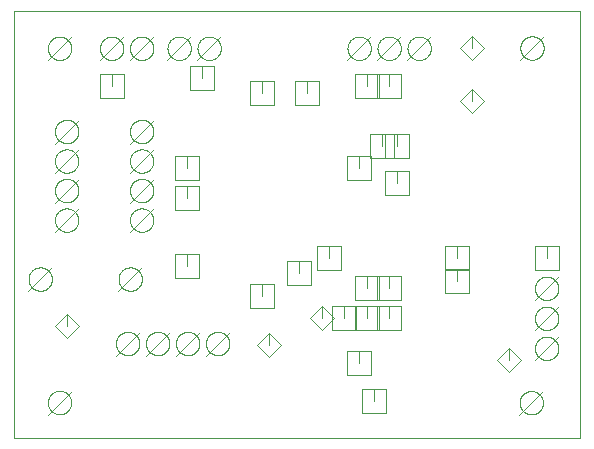
<source format=gbr>
G75*
%MOIN*%
%OFA0B0*%
%FSLAX25Y25*%
%IPPOS*%
%LPD*%
%AMOC8*
5,1,8,0,0,1.08239X$1,22.5*
%
%ADD10C,0.00000*%
%ADD11C,0.00100*%
D10*
X0018800Y0008800D02*
X0018800Y0151261D01*
X0207501Y0151261D01*
X0207501Y0008800D01*
X0018800Y0008800D01*
D11*
X0030038Y0020729D02*
X0030040Y0020853D01*
X0030046Y0020978D01*
X0030056Y0021102D01*
X0030070Y0021225D01*
X0030087Y0021348D01*
X0030109Y0021471D01*
X0030135Y0021593D01*
X0030164Y0021713D01*
X0030198Y0021833D01*
X0030235Y0021952D01*
X0030276Y0022069D01*
X0030320Y0022185D01*
X0030368Y0022300D01*
X0030420Y0022413D01*
X0030476Y0022524D01*
X0030535Y0022634D01*
X0030597Y0022741D01*
X0030663Y0022847D01*
X0030732Y0022950D01*
X0030805Y0023051D01*
X0030881Y0023150D01*
X0030959Y0023246D01*
X0031041Y0023340D01*
X0031126Y0023431D01*
X0031213Y0023520D01*
X0031304Y0023605D01*
X0031397Y0023688D01*
X0031493Y0023767D01*
X0031591Y0023843D01*
X0031691Y0023917D01*
X0031794Y0023987D01*
X0031899Y0024053D01*
X0032006Y0024117D01*
X0032115Y0024177D01*
X0032226Y0024233D01*
X0032338Y0024286D01*
X0032453Y0024335D01*
X0032568Y0024381D01*
X0032686Y0024422D01*
X0032804Y0024461D01*
X0032924Y0024495D01*
X0033044Y0024525D01*
X0033166Y0024552D01*
X0033288Y0024574D01*
X0033411Y0024593D01*
X0033534Y0024608D01*
X0033658Y0024619D01*
X0033783Y0024626D01*
X0033907Y0024629D01*
X0034031Y0024628D01*
X0034156Y0024623D01*
X0034280Y0024614D01*
X0034403Y0024601D01*
X0034527Y0024584D01*
X0034649Y0024564D01*
X0034771Y0024539D01*
X0034892Y0024510D01*
X0035012Y0024478D01*
X0035131Y0024442D01*
X0035249Y0024402D01*
X0035366Y0024358D01*
X0035481Y0024311D01*
X0035594Y0024260D01*
X0035706Y0024205D01*
X0035816Y0024147D01*
X0035924Y0024086D01*
X0036030Y0024021D01*
X0036134Y0023952D01*
X0036235Y0023881D01*
X0036335Y0023806D01*
X0036432Y0023728D01*
X0036526Y0023647D01*
X0036618Y0023563D01*
X0036707Y0023476D01*
X0036793Y0023386D01*
X0036876Y0023294D01*
X0036956Y0023199D01*
X0037034Y0023101D01*
X0037108Y0023001D01*
X0037179Y0022899D01*
X0037246Y0022795D01*
X0037310Y0022688D01*
X0037371Y0022579D01*
X0037428Y0022469D01*
X0037482Y0022357D01*
X0037532Y0022243D01*
X0037579Y0022128D01*
X0037621Y0022011D01*
X0037660Y0021893D01*
X0037696Y0021773D01*
X0037727Y0021653D01*
X0037754Y0021532D01*
X0037778Y0021410D01*
X0037798Y0021287D01*
X0037814Y0021163D01*
X0037826Y0021040D01*
X0037834Y0020916D01*
X0037838Y0020791D01*
X0037838Y0020667D01*
X0037834Y0020542D01*
X0037826Y0020418D01*
X0037814Y0020295D01*
X0037798Y0020171D01*
X0037778Y0020048D01*
X0037754Y0019926D01*
X0037727Y0019805D01*
X0037696Y0019685D01*
X0037660Y0019565D01*
X0037621Y0019447D01*
X0037579Y0019330D01*
X0037532Y0019215D01*
X0037482Y0019101D01*
X0037428Y0018989D01*
X0037371Y0018879D01*
X0037310Y0018770D01*
X0037246Y0018663D01*
X0037179Y0018559D01*
X0037108Y0018457D01*
X0037034Y0018357D01*
X0036956Y0018259D01*
X0036876Y0018164D01*
X0036793Y0018072D01*
X0036707Y0017982D01*
X0036618Y0017895D01*
X0036526Y0017811D01*
X0036432Y0017730D01*
X0036335Y0017652D01*
X0036235Y0017577D01*
X0036134Y0017506D01*
X0036030Y0017437D01*
X0035924Y0017372D01*
X0035816Y0017311D01*
X0035706Y0017253D01*
X0035594Y0017198D01*
X0035481Y0017147D01*
X0035366Y0017100D01*
X0035249Y0017056D01*
X0035131Y0017016D01*
X0035012Y0016980D01*
X0034892Y0016948D01*
X0034771Y0016919D01*
X0034649Y0016894D01*
X0034527Y0016874D01*
X0034403Y0016857D01*
X0034280Y0016844D01*
X0034156Y0016835D01*
X0034031Y0016830D01*
X0033907Y0016829D01*
X0033783Y0016832D01*
X0033658Y0016839D01*
X0033534Y0016850D01*
X0033411Y0016865D01*
X0033288Y0016884D01*
X0033166Y0016906D01*
X0033044Y0016933D01*
X0032924Y0016963D01*
X0032804Y0016997D01*
X0032686Y0017036D01*
X0032568Y0017077D01*
X0032453Y0017123D01*
X0032338Y0017172D01*
X0032226Y0017225D01*
X0032115Y0017281D01*
X0032006Y0017341D01*
X0031899Y0017405D01*
X0031794Y0017471D01*
X0031691Y0017541D01*
X0031591Y0017615D01*
X0031493Y0017691D01*
X0031397Y0017770D01*
X0031304Y0017853D01*
X0031213Y0017938D01*
X0031126Y0018027D01*
X0031041Y0018118D01*
X0030959Y0018212D01*
X0030881Y0018308D01*
X0030805Y0018407D01*
X0030732Y0018508D01*
X0030663Y0018611D01*
X0030597Y0018717D01*
X0030535Y0018824D01*
X0030476Y0018934D01*
X0030420Y0019045D01*
X0030368Y0019158D01*
X0030320Y0019273D01*
X0030276Y0019389D01*
X0030235Y0019506D01*
X0030198Y0019625D01*
X0030164Y0019745D01*
X0030135Y0019865D01*
X0030109Y0019987D01*
X0030087Y0020110D01*
X0030070Y0020233D01*
X0030056Y0020356D01*
X0030046Y0020480D01*
X0030040Y0020605D01*
X0030038Y0020729D01*
X0029938Y0016729D02*
X0037938Y0024729D01*
X0052735Y0040394D02*
X0052737Y0040518D01*
X0052743Y0040643D01*
X0052753Y0040767D01*
X0052767Y0040890D01*
X0052784Y0041013D01*
X0052806Y0041136D01*
X0052832Y0041258D01*
X0052861Y0041378D01*
X0052895Y0041498D01*
X0052932Y0041617D01*
X0052973Y0041734D01*
X0053017Y0041850D01*
X0053065Y0041965D01*
X0053117Y0042078D01*
X0053173Y0042189D01*
X0053232Y0042299D01*
X0053294Y0042406D01*
X0053360Y0042512D01*
X0053429Y0042615D01*
X0053502Y0042716D01*
X0053578Y0042815D01*
X0053656Y0042911D01*
X0053738Y0043005D01*
X0053823Y0043096D01*
X0053910Y0043185D01*
X0054001Y0043270D01*
X0054094Y0043353D01*
X0054190Y0043432D01*
X0054288Y0043508D01*
X0054388Y0043582D01*
X0054491Y0043652D01*
X0054596Y0043718D01*
X0054703Y0043782D01*
X0054812Y0043842D01*
X0054923Y0043898D01*
X0055035Y0043951D01*
X0055150Y0044000D01*
X0055265Y0044046D01*
X0055383Y0044087D01*
X0055501Y0044126D01*
X0055621Y0044160D01*
X0055741Y0044190D01*
X0055863Y0044217D01*
X0055985Y0044239D01*
X0056108Y0044258D01*
X0056231Y0044273D01*
X0056355Y0044284D01*
X0056480Y0044291D01*
X0056604Y0044294D01*
X0056728Y0044293D01*
X0056853Y0044288D01*
X0056977Y0044279D01*
X0057100Y0044266D01*
X0057224Y0044249D01*
X0057346Y0044229D01*
X0057468Y0044204D01*
X0057589Y0044175D01*
X0057709Y0044143D01*
X0057828Y0044107D01*
X0057946Y0044067D01*
X0058063Y0044023D01*
X0058178Y0043976D01*
X0058291Y0043925D01*
X0058403Y0043870D01*
X0058513Y0043812D01*
X0058621Y0043751D01*
X0058727Y0043686D01*
X0058831Y0043617D01*
X0058932Y0043546D01*
X0059032Y0043471D01*
X0059129Y0043393D01*
X0059223Y0043312D01*
X0059315Y0043228D01*
X0059404Y0043141D01*
X0059490Y0043051D01*
X0059573Y0042959D01*
X0059653Y0042864D01*
X0059731Y0042766D01*
X0059805Y0042666D01*
X0059876Y0042564D01*
X0059943Y0042460D01*
X0060007Y0042353D01*
X0060068Y0042244D01*
X0060125Y0042134D01*
X0060179Y0042022D01*
X0060229Y0041908D01*
X0060276Y0041793D01*
X0060318Y0041676D01*
X0060357Y0041558D01*
X0060393Y0041438D01*
X0060424Y0041318D01*
X0060451Y0041197D01*
X0060475Y0041075D01*
X0060495Y0040952D01*
X0060511Y0040828D01*
X0060523Y0040705D01*
X0060531Y0040581D01*
X0060535Y0040456D01*
X0060535Y0040332D01*
X0060531Y0040207D01*
X0060523Y0040083D01*
X0060511Y0039960D01*
X0060495Y0039836D01*
X0060475Y0039713D01*
X0060451Y0039591D01*
X0060424Y0039470D01*
X0060393Y0039350D01*
X0060357Y0039230D01*
X0060318Y0039112D01*
X0060276Y0038995D01*
X0060229Y0038880D01*
X0060179Y0038766D01*
X0060125Y0038654D01*
X0060068Y0038544D01*
X0060007Y0038435D01*
X0059943Y0038328D01*
X0059876Y0038224D01*
X0059805Y0038122D01*
X0059731Y0038022D01*
X0059653Y0037924D01*
X0059573Y0037829D01*
X0059490Y0037737D01*
X0059404Y0037647D01*
X0059315Y0037560D01*
X0059223Y0037476D01*
X0059129Y0037395D01*
X0059032Y0037317D01*
X0058932Y0037242D01*
X0058831Y0037171D01*
X0058727Y0037102D01*
X0058621Y0037037D01*
X0058513Y0036976D01*
X0058403Y0036918D01*
X0058291Y0036863D01*
X0058178Y0036812D01*
X0058063Y0036765D01*
X0057946Y0036721D01*
X0057828Y0036681D01*
X0057709Y0036645D01*
X0057589Y0036613D01*
X0057468Y0036584D01*
X0057346Y0036559D01*
X0057224Y0036539D01*
X0057100Y0036522D01*
X0056977Y0036509D01*
X0056853Y0036500D01*
X0056728Y0036495D01*
X0056604Y0036494D01*
X0056480Y0036497D01*
X0056355Y0036504D01*
X0056231Y0036515D01*
X0056108Y0036530D01*
X0055985Y0036549D01*
X0055863Y0036571D01*
X0055741Y0036598D01*
X0055621Y0036628D01*
X0055501Y0036662D01*
X0055383Y0036701D01*
X0055265Y0036742D01*
X0055150Y0036788D01*
X0055035Y0036837D01*
X0054923Y0036890D01*
X0054812Y0036946D01*
X0054703Y0037006D01*
X0054596Y0037070D01*
X0054491Y0037136D01*
X0054388Y0037206D01*
X0054288Y0037280D01*
X0054190Y0037356D01*
X0054094Y0037435D01*
X0054001Y0037518D01*
X0053910Y0037603D01*
X0053823Y0037692D01*
X0053738Y0037783D01*
X0053656Y0037877D01*
X0053578Y0037973D01*
X0053502Y0038072D01*
X0053429Y0038173D01*
X0053360Y0038276D01*
X0053294Y0038382D01*
X0053232Y0038489D01*
X0053173Y0038599D01*
X0053117Y0038710D01*
X0053065Y0038823D01*
X0053017Y0038938D01*
X0052973Y0039054D01*
X0052932Y0039171D01*
X0052895Y0039290D01*
X0052861Y0039410D01*
X0052832Y0039530D01*
X0052806Y0039652D01*
X0052784Y0039775D01*
X0052767Y0039898D01*
X0052753Y0040021D01*
X0052743Y0040145D01*
X0052737Y0040270D01*
X0052735Y0040394D01*
X0052635Y0036394D02*
X0060635Y0044394D01*
X0062735Y0040394D02*
X0062737Y0040518D01*
X0062743Y0040643D01*
X0062753Y0040767D01*
X0062767Y0040890D01*
X0062784Y0041013D01*
X0062806Y0041136D01*
X0062832Y0041258D01*
X0062861Y0041378D01*
X0062895Y0041498D01*
X0062932Y0041617D01*
X0062973Y0041734D01*
X0063017Y0041850D01*
X0063065Y0041965D01*
X0063117Y0042078D01*
X0063173Y0042189D01*
X0063232Y0042299D01*
X0063294Y0042406D01*
X0063360Y0042512D01*
X0063429Y0042615D01*
X0063502Y0042716D01*
X0063578Y0042815D01*
X0063656Y0042911D01*
X0063738Y0043005D01*
X0063823Y0043096D01*
X0063910Y0043185D01*
X0064001Y0043270D01*
X0064094Y0043353D01*
X0064190Y0043432D01*
X0064288Y0043508D01*
X0064388Y0043582D01*
X0064491Y0043652D01*
X0064596Y0043718D01*
X0064703Y0043782D01*
X0064812Y0043842D01*
X0064923Y0043898D01*
X0065035Y0043951D01*
X0065150Y0044000D01*
X0065265Y0044046D01*
X0065383Y0044087D01*
X0065501Y0044126D01*
X0065621Y0044160D01*
X0065741Y0044190D01*
X0065863Y0044217D01*
X0065985Y0044239D01*
X0066108Y0044258D01*
X0066231Y0044273D01*
X0066355Y0044284D01*
X0066480Y0044291D01*
X0066604Y0044294D01*
X0066728Y0044293D01*
X0066853Y0044288D01*
X0066977Y0044279D01*
X0067100Y0044266D01*
X0067224Y0044249D01*
X0067346Y0044229D01*
X0067468Y0044204D01*
X0067589Y0044175D01*
X0067709Y0044143D01*
X0067828Y0044107D01*
X0067946Y0044067D01*
X0068063Y0044023D01*
X0068178Y0043976D01*
X0068291Y0043925D01*
X0068403Y0043870D01*
X0068513Y0043812D01*
X0068621Y0043751D01*
X0068727Y0043686D01*
X0068831Y0043617D01*
X0068932Y0043546D01*
X0069032Y0043471D01*
X0069129Y0043393D01*
X0069223Y0043312D01*
X0069315Y0043228D01*
X0069404Y0043141D01*
X0069490Y0043051D01*
X0069573Y0042959D01*
X0069653Y0042864D01*
X0069731Y0042766D01*
X0069805Y0042666D01*
X0069876Y0042564D01*
X0069943Y0042460D01*
X0070007Y0042353D01*
X0070068Y0042244D01*
X0070125Y0042134D01*
X0070179Y0042022D01*
X0070229Y0041908D01*
X0070276Y0041793D01*
X0070318Y0041676D01*
X0070357Y0041558D01*
X0070393Y0041438D01*
X0070424Y0041318D01*
X0070451Y0041197D01*
X0070475Y0041075D01*
X0070495Y0040952D01*
X0070511Y0040828D01*
X0070523Y0040705D01*
X0070531Y0040581D01*
X0070535Y0040456D01*
X0070535Y0040332D01*
X0070531Y0040207D01*
X0070523Y0040083D01*
X0070511Y0039960D01*
X0070495Y0039836D01*
X0070475Y0039713D01*
X0070451Y0039591D01*
X0070424Y0039470D01*
X0070393Y0039350D01*
X0070357Y0039230D01*
X0070318Y0039112D01*
X0070276Y0038995D01*
X0070229Y0038880D01*
X0070179Y0038766D01*
X0070125Y0038654D01*
X0070068Y0038544D01*
X0070007Y0038435D01*
X0069943Y0038328D01*
X0069876Y0038224D01*
X0069805Y0038122D01*
X0069731Y0038022D01*
X0069653Y0037924D01*
X0069573Y0037829D01*
X0069490Y0037737D01*
X0069404Y0037647D01*
X0069315Y0037560D01*
X0069223Y0037476D01*
X0069129Y0037395D01*
X0069032Y0037317D01*
X0068932Y0037242D01*
X0068831Y0037171D01*
X0068727Y0037102D01*
X0068621Y0037037D01*
X0068513Y0036976D01*
X0068403Y0036918D01*
X0068291Y0036863D01*
X0068178Y0036812D01*
X0068063Y0036765D01*
X0067946Y0036721D01*
X0067828Y0036681D01*
X0067709Y0036645D01*
X0067589Y0036613D01*
X0067468Y0036584D01*
X0067346Y0036559D01*
X0067224Y0036539D01*
X0067100Y0036522D01*
X0066977Y0036509D01*
X0066853Y0036500D01*
X0066728Y0036495D01*
X0066604Y0036494D01*
X0066480Y0036497D01*
X0066355Y0036504D01*
X0066231Y0036515D01*
X0066108Y0036530D01*
X0065985Y0036549D01*
X0065863Y0036571D01*
X0065741Y0036598D01*
X0065621Y0036628D01*
X0065501Y0036662D01*
X0065383Y0036701D01*
X0065265Y0036742D01*
X0065150Y0036788D01*
X0065035Y0036837D01*
X0064923Y0036890D01*
X0064812Y0036946D01*
X0064703Y0037006D01*
X0064596Y0037070D01*
X0064491Y0037136D01*
X0064388Y0037206D01*
X0064288Y0037280D01*
X0064190Y0037356D01*
X0064094Y0037435D01*
X0064001Y0037518D01*
X0063910Y0037603D01*
X0063823Y0037692D01*
X0063738Y0037783D01*
X0063656Y0037877D01*
X0063578Y0037973D01*
X0063502Y0038072D01*
X0063429Y0038173D01*
X0063360Y0038276D01*
X0063294Y0038382D01*
X0063232Y0038489D01*
X0063173Y0038599D01*
X0063117Y0038710D01*
X0063065Y0038823D01*
X0063017Y0038938D01*
X0062973Y0039054D01*
X0062932Y0039171D01*
X0062895Y0039290D01*
X0062861Y0039410D01*
X0062832Y0039530D01*
X0062806Y0039652D01*
X0062784Y0039775D01*
X0062767Y0039898D01*
X0062753Y0040021D01*
X0062743Y0040145D01*
X0062737Y0040270D01*
X0062735Y0040394D01*
X0062635Y0036394D02*
X0070635Y0044394D01*
X0072735Y0040394D02*
X0072737Y0040518D01*
X0072743Y0040643D01*
X0072753Y0040767D01*
X0072767Y0040890D01*
X0072784Y0041013D01*
X0072806Y0041136D01*
X0072832Y0041258D01*
X0072861Y0041378D01*
X0072895Y0041498D01*
X0072932Y0041617D01*
X0072973Y0041734D01*
X0073017Y0041850D01*
X0073065Y0041965D01*
X0073117Y0042078D01*
X0073173Y0042189D01*
X0073232Y0042299D01*
X0073294Y0042406D01*
X0073360Y0042512D01*
X0073429Y0042615D01*
X0073502Y0042716D01*
X0073578Y0042815D01*
X0073656Y0042911D01*
X0073738Y0043005D01*
X0073823Y0043096D01*
X0073910Y0043185D01*
X0074001Y0043270D01*
X0074094Y0043353D01*
X0074190Y0043432D01*
X0074288Y0043508D01*
X0074388Y0043582D01*
X0074491Y0043652D01*
X0074596Y0043718D01*
X0074703Y0043782D01*
X0074812Y0043842D01*
X0074923Y0043898D01*
X0075035Y0043951D01*
X0075150Y0044000D01*
X0075265Y0044046D01*
X0075383Y0044087D01*
X0075501Y0044126D01*
X0075621Y0044160D01*
X0075741Y0044190D01*
X0075863Y0044217D01*
X0075985Y0044239D01*
X0076108Y0044258D01*
X0076231Y0044273D01*
X0076355Y0044284D01*
X0076480Y0044291D01*
X0076604Y0044294D01*
X0076728Y0044293D01*
X0076853Y0044288D01*
X0076977Y0044279D01*
X0077100Y0044266D01*
X0077224Y0044249D01*
X0077346Y0044229D01*
X0077468Y0044204D01*
X0077589Y0044175D01*
X0077709Y0044143D01*
X0077828Y0044107D01*
X0077946Y0044067D01*
X0078063Y0044023D01*
X0078178Y0043976D01*
X0078291Y0043925D01*
X0078403Y0043870D01*
X0078513Y0043812D01*
X0078621Y0043751D01*
X0078727Y0043686D01*
X0078831Y0043617D01*
X0078932Y0043546D01*
X0079032Y0043471D01*
X0079129Y0043393D01*
X0079223Y0043312D01*
X0079315Y0043228D01*
X0079404Y0043141D01*
X0079490Y0043051D01*
X0079573Y0042959D01*
X0079653Y0042864D01*
X0079731Y0042766D01*
X0079805Y0042666D01*
X0079876Y0042564D01*
X0079943Y0042460D01*
X0080007Y0042353D01*
X0080068Y0042244D01*
X0080125Y0042134D01*
X0080179Y0042022D01*
X0080229Y0041908D01*
X0080276Y0041793D01*
X0080318Y0041676D01*
X0080357Y0041558D01*
X0080393Y0041438D01*
X0080424Y0041318D01*
X0080451Y0041197D01*
X0080475Y0041075D01*
X0080495Y0040952D01*
X0080511Y0040828D01*
X0080523Y0040705D01*
X0080531Y0040581D01*
X0080535Y0040456D01*
X0080535Y0040332D01*
X0080531Y0040207D01*
X0080523Y0040083D01*
X0080511Y0039960D01*
X0080495Y0039836D01*
X0080475Y0039713D01*
X0080451Y0039591D01*
X0080424Y0039470D01*
X0080393Y0039350D01*
X0080357Y0039230D01*
X0080318Y0039112D01*
X0080276Y0038995D01*
X0080229Y0038880D01*
X0080179Y0038766D01*
X0080125Y0038654D01*
X0080068Y0038544D01*
X0080007Y0038435D01*
X0079943Y0038328D01*
X0079876Y0038224D01*
X0079805Y0038122D01*
X0079731Y0038022D01*
X0079653Y0037924D01*
X0079573Y0037829D01*
X0079490Y0037737D01*
X0079404Y0037647D01*
X0079315Y0037560D01*
X0079223Y0037476D01*
X0079129Y0037395D01*
X0079032Y0037317D01*
X0078932Y0037242D01*
X0078831Y0037171D01*
X0078727Y0037102D01*
X0078621Y0037037D01*
X0078513Y0036976D01*
X0078403Y0036918D01*
X0078291Y0036863D01*
X0078178Y0036812D01*
X0078063Y0036765D01*
X0077946Y0036721D01*
X0077828Y0036681D01*
X0077709Y0036645D01*
X0077589Y0036613D01*
X0077468Y0036584D01*
X0077346Y0036559D01*
X0077224Y0036539D01*
X0077100Y0036522D01*
X0076977Y0036509D01*
X0076853Y0036500D01*
X0076728Y0036495D01*
X0076604Y0036494D01*
X0076480Y0036497D01*
X0076355Y0036504D01*
X0076231Y0036515D01*
X0076108Y0036530D01*
X0075985Y0036549D01*
X0075863Y0036571D01*
X0075741Y0036598D01*
X0075621Y0036628D01*
X0075501Y0036662D01*
X0075383Y0036701D01*
X0075265Y0036742D01*
X0075150Y0036788D01*
X0075035Y0036837D01*
X0074923Y0036890D01*
X0074812Y0036946D01*
X0074703Y0037006D01*
X0074596Y0037070D01*
X0074491Y0037136D01*
X0074388Y0037206D01*
X0074288Y0037280D01*
X0074190Y0037356D01*
X0074094Y0037435D01*
X0074001Y0037518D01*
X0073910Y0037603D01*
X0073823Y0037692D01*
X0073738Y0037783D01*
X0073656Y0037877D01*
X0073578Y0037973D01*
X0073502Y0038072D01*
X0073429Y0038173D01*
X0073360Y0038276D01*
X0073294Y0038382D01*
X0073232Y0038489D01*
X0073173Y0038599D01*
X0073117Y0038710D01*
X0073065Y0038823D01*
X0073017Y0038938D01*
X0072973Y0039054D01*
X0072932Y0039171D01*
X0072895Y0039290D01*
X0072861Y0039410D01*
X0072832Y0039530D01*
X0072806Y0039652D01*
X0072784Y0039775D01*
X0072767Y0039898D01*
X0072753Y0040021D01*
X0072743Y0040145D01*
X0072737Y0040270D01*
X0072735Y0040394D01*
X0072635Y0036394D02*
X0080635Y0044394D01*
X0082735Y0040394D02*
X0082737Y0040518D01*
X0082743Y0040643D01*
X0082753Y0040767D01*
X0082767Y0040890D01*
X0082784Y0041013D01*
X0082806Y0041136D01*
X0082832Y0041258D01*
X0082861Y0041378D01*
X0082895Y0041498D01*
X0082932Y0041617D01*
X0082973Y0041734D01*
X0083017Y0041850D01*
X0083065Y0041965D01*
X0083117Y0042078D01*
X0083173Y0042189D01*
X0083232Y0042299D01*
X0083294Y0042406D01*
X0083360Y0042512D01*
X0083429Y0042615D01*
X0083502Y0042716D01*
X0083578Y0042815D01*
X0083656Y0042911D01*
X0083738Y0043005D01*
X0083823Y0043096D01*
X0083910Y0043185D01*
X0084001Y0043270D01*
X0084094Y0043353D01*
X0084190Y0043432D01*
X0084288Y0043508D01*
X0084388Y0043582D01*
X0084491Y0043652D01*
X0084596Y0043718D01*
X0084703Y0043782D01*
X0084812Y0043842D01*
X0084923Y0043898D01*
X0085035Y0043951D01*
X0085150Y0044000D01*
X0085265Y0044046D01*
X0085383Y0044087D01*
X0085501Y0044126D01*
X0085621Y0044160D01*
X0085741Y0044190D01*
X0085863Y0044217D01*
X0085985Y0044239D01*
X0086108Y0044258D01*
X0086231Y0044273D01*
X0086355Y0044284D01*
X0086480Y0044291D01*
X0086604Y0044294D01*
X0086728Y0044293D01*
X0086853Y0044288D01*
X0086977Y0044279D01*
X0087100Y0044266D01*
X0087224Y0044249D01*
X0087346Y0044229D01*
X0087468Y0044204D01*
X0087589Y0044175D01*
X0087709Y0044143D01*
X0087828Y0044107D01*
X0087946Y0044067D01*
X0088063Y0044023D01*
X0088178Y0043976D01*
X0088291Y0043925D01*
X0088403Y0043870D01*
X0088513Y0043812D01*
X0088621Y0043751D01*
X0088727Y0043686D01*
X0088831Y0043617D01*
X0088932Y0043546D01*
X0089032Y0043471D01*
X0089129Y0043393D01*
X0089223Y0043312D01*
X0089315Y0043228D01*
X0089404Y0043141D01*
X0089490Y0043051D01*
X0089573Y0042959D01*
X0089653Y0042864D01*
X0089731Y0042766D01*
X0089805Y0042666D01*
X0089876Y0042564D01*
X0089943Y0042460D01*
X0090007Y0042353D01*
X0090068Y0042244D01*
X0090125Y0042134D01*
X0090179Y0042022D01*
X0090229Y0041908D01*
X0090276Y0041793D01*
X0090318Y0041676D01*
X0090357Y0041558D01*
X0090393Y0041438D01*
X0090424Y0041318D01*
X0090451Y0041197D01*
X0090475Y0041075D01*
X0090495Y0040952D01*
X0090511Y0040828D01*
X0090523Y0040705D01*
X0090531Y0040581D01*
X0090535Y0040456D01*
X0090535Y0040332D01*
X0090531Y0040207D01*
X0090523Y0040083D01*
X0090511Y0039960D01*
X0090495Y0039836D01*
X0090475Y0039713D01*
X0090451Y0039591D01*
X0090424Y0039470D01*
X0090393Y0039350D01*
X0090357Y0039230D01*
X0090318Y0039112D01*
X0090276Y0038995D01*
X0090229Y0038880D01*
X0090179Y0038766D01*
X0090125Y0038654D01*
X0090068Y0038544D01*
X0090007Y0038435D01*
X0089943Y0038328D01*
X0089876Y0038224D01*
X0089805Y0038122D01*
X0089731Y0038022D01*
X0089653Y0037924D01*
X0089573Y0037829D01*
X0089490Y0037737D01*
X0089404Y0037647D01*
X0089315Y0037560D01*
X0089223Y0037476D01*
X0089129Y0037395D01*
X0089032Y0037317D01*
X0088932Y0037242D01*
X0088831Y0037171D01*
X0088727Y0037102D01*
X0088621Y0037037D01*
X0088513Y0036976D01*
X0088403Y0036918D01*
X0088291Y0036863D01*
X0088178Y0036812D01*
X0088063Y0036765D01*
X0087946Y0036721D01*
X0087828Y0036681D01*
X0087709Y0036645D01*
X0087589Y0036613D01*
X0087468Y0036584D01*
X0087346Y0036559D01*
X0087224Y0036539D01*
X0087100Y0036522D01*
X0086977Y0036509D01*
X0086853Y0036500D01*
X0086728Y0036495D01*
X0086604Y0036494D01*
X0086480Y0036497D01*
X0086355Y0036504D01*
X0086231Y0036515D01*
X0086108Y0036530D01*
X0085985Y0036549D01*
X0085863Y0036571D01*
X0085741Y0036598D01*
X0085621Y0036628D01*
X0085501Y0036662D01*
X0085383Y0036701D01*
X0085265Y0036742D01*
X0085150Y0036788D01*
X0085035Y0036837D01*
X0084923Y0036890D01*
X0084812Y0036946D01*
X0084703Y0037006D01*
X0084596Y0037070D01*
X0084491Y0037136D01*
X0084388Y0037206D01*
X0084288Y0037280D01*
X0084190Y0037356D01*
X0084094Y0037435D01*
X0084001Y0037518D01*
X0083910Y0037603D01*
X0083823Y0037692D01*
X0083738Y0037783D01*
X0083656Y0037877D01*
X0083578Y0037973D01*
X0083502Y0038072D01*
X0083429Y0038173D01*
X0083360Y0038276D01*
X0083294Y0038382D01*
X0083232Y0038489D01*
X0083173Y0038599D01*
X0083117Y0038710D01*
X0083065Y0038823D01*
X0083017Y0038938D01*
X0082973Y0039054D01*
X0082932Y0039171D01*
X0082895Y0039290D01*
X0082861Y0039410D01*
X0082832Y0039530D01*
X0082806Y0039652D01*
X0082784Y0039775D01*
X0082767Y0039898D01*
X0082753Y0040021D01*
X0082743Y0040145D01*
X0082737Y0040270D01*
X0082735Y0040394D01*
X0082635Y0036394D02*
X0090635Y0044394D01*
X0103800Y0044050D02*
X0103800Y0040050D01*
X0103800Y0044050D02*
X0107800Y0040050D01*
X0103800Y0036050D01*
X0099800Y0040050D01*
X0103800Y0044050D01*
X0101300Y0056300D02*
X0101300Y0060300D01*
X0105300Y0060300D01*
X0105300Y0052300D01*
X0097300Y0052300D01*
X0097300Y0060300D01*
X0101300Y0060300D01*
X0113800Y0063800D02*
X0113800Y0067800D01*
X0117800Y0067800D01*
X0117800Y0059800D01*
X0109800Y0059800D01*
X0109800Y0067800D01*
X0113800Y0067800D01*
X0123800Y0068800D02*
X0123800Y0072800D01*
X0127800Y0072800D01*
X0127800Y0064800D01*
X0119800Y0064800D01*
X0119800Y0072800D01*
X0123800Y0072800D01*
X0136300Y0062800D02*
X0136300Y0058800D01*
X0136300Y0062800D02*
X0140300Y0062800D01*
X0140300Y0054800D01*
X0132300Y0054800D01*
X0132300Y0062800D01*
X0136300Y0062800D01*
X0143800Y0062800D02*
X0143800Y0058800D01*
X0143800Y0062800D02*
X0147800Y0062800D01*
X0147800Y0054800D01*
X0139800Y0054800D01*
X0139800Y0062800D01*
X0143800Y0062800D01*
X0143800Y0052800D02*
X0143800Y0048800D01*
X0143800Y0052800D02*
X0147800Y0052800D01*
X0147800Y0044800D01*
X0139800Y0044800D01*
X0139800Y0052800D01*
X0143800Y0052800D01*
X0136300Y0052800D02*
X0136300Y0048800D01*
X0136300Y0052800D02*
X0140300Y0052800D01*
X0140300Y0044800D01*
X0132300Y0044800D01*
X0132300Y0052800D01*
X0136300Y0052800D01*
X0128800Y0052800D02*
X0128800Y0048800D01*
X0128800Y0052800D02*
X0132800Y0052800D01*
X0132800Y0044800D01*
X0124800Y0044800D01*
X0124800Y0052800D01*
X0128800Y0052800D01*
X0121300Y0052800D02*
X0121300Y0048800D01*
X0121300Y0052800D02*
X0125300Y0048800D01*
X0121300Y0044800D01*
X0117300Y0048800D01*
X0121300Y0052800D01*
X0133800Y0037800D02*
X0133800Y0033800D01*
X0133800Y0037800D02*
X0137800Y0037800D01*
X0137800Y0029800D01*
X0129800Y0029800D01*
X0129800Y0037800D01*
X0133800Y0037800D01*
X0138800Y0025300D02*
X0138800Y0021300D01*
X0138800Y0025300D02*
X0142800Y0025300D01*
X0142800Y0017300D01*
X0134800Y0017300D01*
X0134800Y0025300D01*
X0138800Y0025300D01*
X0183800Y0035050D02*
X0183800Y0039050D01*
X0187800Y0035050D01*
X0183800Y0031050D01*
X0179800Y0035050D01*
X0183800Y0039050D01*
X0192400Y0038800D02*
X0192402Y0038924D01*
X0192408Y0039049D01*
X0192418Y0039173D01*
X0192432Y0039296D01*
X0192449Y0039419D01*
X0192471Y0039542D01*
X0192497Y0039664D01*
X0192526Y0039784D01*
X0192560Y0039904D01*
X0192597Y0040023D01*
X0192638Y0040140D01*
X0192682Y0040256D01*
X0192730Y0040371D01*
X0192782Y0040484D01*
X0192838Y0040595D01*
X0192897Y0040705D01*
X0192959Y0040812D01*
X0193025Y0040918D01*
X0193094Y0041021D01*
X0193167Y0041122D01*
X0193243Y0041221D01*
X0193321Y0041317D01*
X0193403Y0041411D01*
X0193488Y0041502D01*
X0193575Y0041591D01*
X0193666Y0041676D01*
X0193759Y0041759D01*
X0193855Y0041838D01*
X0193953Y0041914D01*
X0194053Y0041988D01*
X0194156Y0042058D01*
X0194261Y0042124D01*
X0194368Y0042188D01*
X0194477Y0042248D01*
X0194588Y0042304D01*
X0194700Y0042357D01*
X0194815Y0042406D01*
X0194930Y0042452D01*
X0195048Y0042493D01*
X0195166Y0042532D01*
X0195286Y0042566D01*
X0195406Y0042596D01*
X0195528Y0042623D01*
X0195650Y0042645D01*
X0195773Y0042664D01*
X0195896Y0042679D01*
X0196020Y0042690D01*
X0196145Y0042697D01*
X0196269Y0042700D01*
X0196393Y0042699D01*
X0196518Y0042694D01*
X0196642Y0042685D01*
X0196765Y0042672D01*
X0196889Y0042655D01*
X0197011Y0042635D01*
X0197133Y0042610D01*
X0197254Y0042581D01*
X0197374Y0042549D01*
X0197493Y0042513D01*
X0197611Y0042473D01*
X0197728Y0042429D01*
X0197843Y0042382D01*
X0197956Y0042331D01*
X0198068Y0042276D01*
X0198178Y0042218D01*
X0198286Y0042157D01*
X0198392Y0042092D01*
X0198496Y0042023D01*
X0198597Y0041952D01*
X0198697Y0041877D01*
X0198794Y0041799D01*
X0198888Y0041718D01*
X0198980Y0041634D01*
X0199069Y0041547D01*
X0199155Y0041457D01*
X0199238Y0041365D01*
X0199318Y0041270D01*
X0199396Y0041172D01*
X0199470Y0041072D01*
X0199541Y0040970D01*
X0199608Y0040866D01*
X0199672Y0040759D01*
X0199733Y0040650D01*
X0199790Y0040540D01*
X0199844Y0040428D01*
X0199894Y0040314D01*
X0199941Y0040199D01*
X0199983Y0040082D01*
X0200022Y0039964D01*
X0200058Y0039844D01*
X0200089Y0039724D01*
X0200116Y0039603D01*
X0200140Y0039481D01*
X0200160Y0039358D01*
X0200176Y0039234D01*
X0200188Y0039111D01*
X0200196Y0038987D01*
X0200200Y0038862D01*
X0200200Y0038738D01*
X0200196Y0038613D01*
X0200188Y0038489D01*
X0200176Y0038366D01*
X0200160Y0038242D01*
X0200140Y0038119D01*
X0200116Y0037997D01*
X0200089Y0037876D01*
X0200058Y0037756D01*
X0200022Y0037636D01*
X0199983Y0037518D01*
X0199941Y0037401D01*
X0199894Y0037286D01*
X0199844Y0037172D01*
X0199790Y0037060D01*
X0199733Y0036950D01*
X0199672Y0036841D01*
X0199608Y0036734D01*
X0199541Y0036630D01*
X0199470Y0036528D01*
X0199396Y0036428D01*
X0199318Y0036330D01*
X0199238Y0036235D01*
X0199155Y0036143D01*
X0199069Y0036053D01*
X0198980Y0035966D01*
X0198888Y0035882D01*
X0198794Y0035801D01*
X0198697Y0035723D01*
X0198597Y0035648D01*
X0198496Y0035577D01*
X0198392Y0035508D01*
X0198286Y0035443D01*
X0198178Y0035382D01*
X0198068Y0035324D01*
X0197956Y0035269D01*
X0197843Y0035218D01*
X0197728Y0035171D01*
X0197611Y0035127D01*
X0197493Y0035087D01*
X0197374Y0035051D01*
X0197254Y0035019D01*
X0197133Y0034990D01*
X0197011Y0034965D01*
X0196889Y0034945D01*
X0196765Y0034928D01*
X0196642Y0034915D01*
X0196518Y0034906D01*
X0196393Y0034901D01*
X0196269Y0034900D01*
X0196145Y0034903D01*
X0196020Y0034910D01*
X0195896Y0034921D01*
X0195773Y0034936D01*
X0195650Y0034955D01*
X0195528Y0034977D01*
X0195406Y0035004D01*
X0195286Y0035034D01*
X0195166Y0035068D01*
X0195048Y0035107D01*
X0194930Y0035148D01*
X0194815Y0035194D01*
X0194700Y0035243D01*
X0194588Y0035296D01*
X0194477Y0035352D01*
X0194368Y0035412D01*
X0194261Y0035476D01*
X0194156Y0035542D01*
X0194053Y0035612D01*
X0193953Y0035686D01*
X0193855Y0035762D01*
X0193759Y0035841D01*
X0193666Y0035924D01*
X0193575Y0036009D01*
X0193488Y0036098D01*
X0193403Y0036189D01*
X0193321Y0036283D01*
X0193243Y0036379D01*
X0193167Y0036478D01*
X0193094Y0036579D01*
X0193025Y0036682D01*
X0192959Y0036788D01*
X0192897Y0036895D01*
X0192838Y0037005D01*
X0192782Y0037116D01*
X0192730Y0037229D01*
X0192682Y0037344D01*
X0192638Y0037460D01*
X0192597Y0037577D01*
X0192560Y0037696D01*
X0192526Y0037816D01*
X0192497Y0037936D01*
X0192471Y0038058D01*
X0192449Y0038181D01*
X0192432Y0038304D01*
X0192418Y0038427D01*
X0192408Y0038551D01*
X0192402Y0038676D01*
X0192400Y0038800D01*
X0192300Y0034800D02*
X0200300Y0042800D01*
X0192400Y0048800D02*
X0192402Y0048924D01*
X0192408Y0049049D01*
X0192418Y0049173D01*
X0192432Y0049296D01*
X0192449Y0049419D01*
X0192471Y0049542D01*
X0192497Y0049664D01*
X0192526Y0049784D01*
X0192560Y0049904D01*
X0192597Y0050023D01*
X0192638Y0050140D01*
X0192682Y0050256D01*
X0192730Y0050371D01*
X0192782Y0050484D01*
X0192838Y0050595D01*
X0192897Y0050705D01*
X0192959Y0050812D01*
X0193025Y0050918D01*
X0193094Y0051021D01*
X0193167Y0051122D01*
X0193243Y0051221D01*
X0193321Y0051317D01*
X0193403Y0051411D01*
X0193488Y0051502D01*
X0193575Y0051591D01*
X0193666Y0051676D01*
X0193759Y0051759D01*
X0193855Y0051838D01*
X0193953Y0051914D01*
X0194053Y0051988D01*
X0194156Y0052058D01*
X0194261Y0052124D01*
X0194368Y0052188D01*
X0194477Y0052248D01*
X0194588Y0052304D01*
X0194700Y0052357D01*
X0194815Y0052406D01*
X0194930Y0052452D01*
X0195048Y0052493D01*
X0195166Y0052532D01*
X0195286Y0052566D01*
X0195406Y0052596D01*
X0195528Y0052623D01*
X0195650Y0052645D01*
X0195773Y0052664D01*
X0195896Y0052679D01*
X0196020Y0052690D01*
X0196145Y0052697D01*
X0196269Y0052700D01*
X0196393Y0052699D01*
X0196518Y0052694D01*
X0196642Y0052685D01*
X0196765Y0052672D01*
X0196889Y0052655D01*
X0197011Y0052635D01*
X0197133Y0052610D01*
X0197254Y0052581D01*
X0197374Y0052549D01*
X0197493Y0052513D01*
X0197611Y0052473D01*
X0197728Y0052429D01*
X0197843Y0052382D01*
X0197956Y0052331D01*
X0198068Y0052276D01*
X0198178Y0052218D01*
X0198286Y0052157D01*
X0198392Y0052092D01*
X0198496Y0052023D01*
X0198597Y0051952D01*
X0198697Y0051877D01*
X0198794Y0051799D01*
X0198888Y0051718D01*
X0198980Y0051634D01*
X0199069Y0051547D01*
X0199155Y0051457D01*
X0199238Y0051365D01*
X0199318Y0051270D01*
X0199396Y0051172D01*
X0199470Y0051072D01*
X0199541Y0050970D01*
X0199608Y0050866D01*
X0199672Y0050759D01*
X0199733Y0050650D01*
X0199790Y0050540D01*
X0199844Y0050428D01*
X0199894Y0050314D01*
X0199941Y0050199D01*
X0199983Y0050082D01*
X0200022Y0049964D01*
X0200058Y0049844D01*
X0200089Y0049724D01*
X0200116Y0049603D01*
X0200140Y0049481D01*
X0200160Y0049358D01*
X0200176Y0049234D01*
X0200188Y0049111D01*
X0200196Y0048987D01*
X0200200Y0048862D01*
X0200200Y0048738D01*
X0200196Y0048613D01*
X0200188Y0048489D01*
X0200176Y0048366D01*
X0200160Y0048242D01*
X0200140Y0048119D01*
X0200116Y0047997D01*
X0200089Y0047876D01*
X0200058Y0047756D01*
X0200022Y0047636D01*
X0199983Y0047518D01*
X0199941Y0047401D01*
X0199894Y0047286D01*
X0199844Y0047172D01*
X0199790Y0047060D01*
X0199733Y0046950D01*
X0199672Y0046841D01*
X0199608Y0046734D01*
X0199541Y0046630D01*
X0199470Y0046528D01*
X0199396Y0046428D01*
X0199318Y0046330D01*
X0199238Y0046235D01*
X0199155Y0046143D01*
X0199069Y0046053D01*
X0198980Y0045966D01*
X0198888Y0045882D01*
X0198794Y0045801D01*
X0198697Y0045723D01*
X0198597Y0045648D01*
X0198496Y0045577D01*
X0198392Y0045508D01*
X0198286Y0045443D01*
X0198178Y0045382D01*
X0198068Y0045324D01*
X0197956Y0045269D01*
X0197843Y0045218D01*
X0197728Y0045171D01*
X0197611Y0045127D01*
X0197493Y0045087D01*
X0197374Y0045051D01*
X0197254Y0045019D01*
X0197133Y0044990D01*
X0197011Y0044965D01*
X0196889Y0044945D01*
X0196765Y0044928D01*
X0196642Y0044915D01*
X0196518Y0044906D01*
X0196393Y0044901D01*
X0196269Y0044900D01*
X0196145Y0044903D01*
X0196020Y0044910D01*
X0195896Y0044921D01*
X0195773Y0044936D01*
X0195650Y0044955D01*
X0195528Y0044977D01*
X0195406Y0045004D01*
X0195286Y0045034D01*
X0195166Y0045068D01*
X0195048Y0045107D01*
X0194930Y0045148D01*
X0194815Y0045194D01*
X0194700Y0045243D01*
X0194588Y0045296D01*
X0194477Y0045352D01*
X0194368Y0045412D01*
X0194261Y0045476D01*
X0194156Y0045542D01*
X0194053Y0045612D01*
X0193953Y0045686D01*
X0193855Y0045762D01*
X0193759Y0045841D01*
X0193666Y0045924D01*
X0193575Y0046009D01*
X0193488Y0046098D01*
X0193403Y0046189D01*
X0193321Y0046283D01*
X0193243Y0046379D01*
X0193167Y0046478D01*
X0193094Y0046579D01*
X0193025Y0046682D01*
X0192959Y0046788D01*
X0192897Y0046895D01*
X0192838Y0047005D01*
X0192782Y0047116D01*
X0192730Y0047229D01*
X0192682Y0047344D01*
X0192638Y0047460D01*
X0192597Y0047577D01*
X0192560Y0047696D01*
X0192526Y0047816D01*
X0192497Y0047936D01*
X0192471Y0048058D01*
X0192449Y0048181D01*
X0192432Y0048304D01*
X0192418Y0048427D01*
X0192408Y0048551D01*
X0192402Y0048676D01*
X0192400Y0048800D01*
X0192300Y0044800D02*
X0200300Y0052800D01*
X0192400Y0058800D02*
X0192402Y0058924D01*
X0192408Y0059049D01*
X0192418Y0059173D01*
X0192432Y0059296D01*
X0192449Y0059419D01*
X0192471Y0059542D01*
X0192497Y0059664D01*
X0192526Y0059784D01*
X0192560Y0059904D01*
X0192597Y0060023D01*
X0192638Y0060140D01*
X0192682Y0060256D01*
X0192730Y0060371D01*
X0192782Y0060484D01*
X0192838Y0060595D01*
X0192897Y0060705D01*
X0192959Y0060812D01*
X0193025Y0060918D01*
X0193094Y0061021D01*
X0193167Y0061122D01*
X0193243Y0061221D01*
X0193321Y0061317D01*
X0193403Y0061411D01*
X0193488Y0061502D01*
X0193575Y0061591D01*
X0193666Y0061676D01*
X0193759Y0061759D01*
X0193855Y0061838D01*
X0193953Y0061914D01*
X0194053Y0061988D01*
X0194156Y0062058D01*
X0194261Y0062124D01*
X0194368Y0062188D01*
X0194477Y0062248D01*
X0194588Y0062304D01*
X0194700Y0062357D01*
X0194815Y0062406D01*
X0194930Y0062452D01*
X0195048Y0062493D01*
X0195166Y0062532D01*
X0195286Y0062566D01*
X0195406Y0062596D01*
X0195528Y0062623D01*
X0195650Y0062645D01*
X0195773Y0062664D01*
X0195896Y0062679D01*
X0196020Y0062690D01*
X0196145Y0062697D01*
X0196269Y0062700D01*
X0196393Y0062699D01*
X0196518Y0062694D01*
X0196642Y0062685D01*
X0196765Y0062672D01*
X0196889Y0062655D01*
X0197011Y0062635D01*
X0197133Y0062610D01*
X0197254Y0062581D01*
X0197374Y0062549D01*
X0197493Y0062513D01*
X0197611Y0062473D01*
X0197728Y0062429D01*
X0197843Y0062382D01*
X0197956Y0062331D01*
X0198068Y0062276D01*
X0198178Y0062218D01*
X0198286Y0062157D01*
X0198392Y0062092D01*
X0198496Y0062023D01*
X0198597Y0061952D01*
X0198697Y0061877D01*
X0198794Y0061799D01*
X0198888Y0061718D01*
X0198980Y0061634D01*
X0199069Y0061547D01*
X0199155Y0061457D01*
X0199238Y0061365D01*
X0199318Y0061270D01*
X0199396Y0061172D01*
X0199470Y0061072D01*
X0199541Y0060970D01*
X0199608Y0060866D01*
X0199672Y0060759D01*
X0199733Y0060650D01*
X0199790Y0060540D01*
X0199844Y0060428D01*
X0199894Y0060314D01*
X0199941Y0060199D01*
X0199983Y0060082D01*
X0200022Y0059964D01*
X0200058Y0059844D01*
X0200089Y0059724D01*
X0200116Y0059603D01*
X0200140Y0059481D01*
X0200160Y0059358D01*
X0200176Y0059234D01*
X0200188Y0059111D01*
X0200196Y0058987D01*
X0200200Y0058862D01*
X0200200Y0058738D01*
X0200196Y0058613D01*
X0200188Y0058489D01*
X0200176Y0058366D01*
X0200160Y0058242D01*
X0200140Y0058119D01*
X0200116Y0057997D01*
X0200089Y0057876D01*
X0200058Y0057756D01*
X0200022Y0057636D01*
X0199983Y0057518D01*
X0199941Y0057401D01*
X0199894Y0057286D01*
X0199844Y0057172D01*
X0199790Y0057060D01*
X0199733Y0056950D01*
X0199672Y0056841D01*
X0199608Y0056734D01*
X0199541Y0056630D01*
X0199470Y0056528D01*
X0199396Y0056428D01*
X0199318Y0056330D01*
X0199238Y0056235D01*
X0199155Y0056143D01*
X0199069Y0056053D01*
X0198980Y0055966D01*
X0198888Y0055882D01*
X0198794Y0055801D01*
X0198697Y0055723D01*
X0198597Y0055648D01*
X0198496Y0055577D01*
X0198392Y0055508D01*
X0198286Y0055443D01*
X0198178Y0055382D01*
X0198068Y0055324D01*
X0197956Y0055269D01*
X0197843Y0055218D01*
X0197728Y0055171D01*
X0197611Y0055127D01*
X0197493Y0055087D01*
X0197374Y0055051D01*
X0197254Y0055019D01*
X0197133Y0054990D01*
X0197011Y0054965D01*
X0196889Y0054945D01*
X0196765Y0054928D01*
X0196642Y0054915D01*
X0196518Y0054906D01*
X0196393Y0054901D01*
X0196269Y0054900D01*
X0196145Y0054903D01*
X0196020Y0054910D01*
X0195896Y0054921D01*
X0195773Y0054936D01*
X0195650Y0054955D01*
X0195528Y0054977D01*
X0195406Y0055004D01*
X0195286Y0055034D01*
X0195166Y0055068D01*
X0195048Y0055107D01*
X0194930Y0055148D01*
X0194815Y0055194D01*
X0194700Y0055243D01*
X0194588Y0055296D01*
X0194477Y0055352D01*
X0194368Y0055412D01*
X0194261Y0055476D01*
X0194156Y0055542D01*
X0194053Y0055612D01*
X0193953Y0055686D01*
X0193855Y0055762D01*
X0193759Y0055841D01*
X0193666Y0055924D01*
X0193575Y0056009D01*
X0193488Y0056098D01*
X0193403Y0056189D01*
X0193321Y0056283D01*
X0193243Y0056379D01*
X0193167Y0056478D01*
X0193094Y0056579D01*
X0193025Y0056682D01*
X0192959Y0056788D01*
X0192897Y0056895D01*
X0192838Y0057005D01*
X0192782Y0057116D01*
X0192730Y0057229D01*
X0192682Y0057344D01*
X0192638Y0057460D01*
X0192597Y0057577D01*
X0192560Y0057696D01*
X0192526Y0057816D01*
X0192497Y0057936D01*
X0192471Y0058058D01*
X0192449Y0058181D01*
X0192432Y0058304D01*
X0192418Y0058427D01*
X0192408Y0058551D01*
X0192402Y0058676D01*
X0192400Y0058800D01*
X0192300Y0054800D02*
X0200300Y0062800D01*
X0196300Y0068800D02*
X0196300Y0072800D01*
X0200300Y0072800D01*
X0200300Y0064800D01*
X0192300Y0064800D01*
X0192300Y0072800D01*
X0196300Y0072800D01*
X0166300Y0072800D02*
X0166300Y0068800D01*
X0166300Y0072800D02*
X0170300Y0072800D01*
X0170300Y0064800D01*
X0162300Y0064800D01*
X0162300Y0072800D01*
X0166300Y0072800D01*
X0166300Y0065300D02*
X0166300Y0061300D01*
X0166300Y0065300D02*
X0170300Y0065300D01*
X0170300Y0057300D01*
X0162300Y0057300D01*
X0162300Y0065300D01*
X0166300Y0065300D01*
X0146300Y0093800D02*
X0146300Y0097800D01*
X0150300Y0097800D01*
X0150300Y0089800D01*
X0142300Y0089800D01*
X0142300Y0097800D01*
X0146300Y0097800D01*
X0146300Y0106300D02*
X0146300Y0110300D01*
X0150300Y0110300D01*
X0150300Y0102300D01*
X0142300Y0102300D01*
X0142300Y0110300D01*
X0146300Y0110300D01*
X0141300Y0110300D02*
X0141300Y0106300D01*
X0141300Y0110300D02*
X0145300Y0110300D01*
X0145300Y0102300D01*
X0137300Y0102300D01*
X0137300Y0110300D01*
X0141300Y0110300D01*
X0133800Y0102800D02*
X0133800Y0098800D01*
X0133800Y0102800D02*
X0137800Y0102800D01*
X0137800Y0094800D01*
X0129800Y0094800D01*
X0129800Y0102800D01*
X0133800Y0102800D01*
X0116300Y0123800D02*
X0116300Y0127800D01*
X0120300Y0127800D01*
X0120300Y0119800D01*
X0112300Y0119800D01*
X0112300Y0127800D01*
X0116300Y0127800D01*
X0101300Y0127800D02*
X0101300Y0123800D01*
X0101300Y0127800D02*
X0105300Y0127800D01*
X0105300Y0119800D01*
X0097300Y0119800D01*
X0097300Y0127800D01*
X0101300Y0127800D01*
X0079900Y0138800D02*
X0079902Y0138924D01*
X0079908Y0139049D01*
X0079918Y0139173D01*
X0079932Y0139296D01*
X0079949Y0139419D01*
X0079971Y0139542D01*
X0079997Y0139664D01*
X0080026Y0139784D01*
X0080060Y0139904D01*
X0080097Y0140023D01*
X0080138Y0140140D01*
X0080182Y0140256D01*
X0080230Y0140371D01*
X0080282Y0140484D01*
X0080338Y0140595D01*
X0080397Y0140705D01*
X0080459Y0140812D01*
X0080525Y0140918D01*
X0080594Y0141021D01*
X0080667Y0141122D01*
X0080743Y0141221D01*
X0080821Y0141317D01*
X0080903Y0141411D01*
X0080988Y0141502D01*
X0081075Y0141591D01*
X0081166Y0141676D01*
X0081259Y0141759D01*
X0081355Y0141838D01*
X0081453Y0141914D01*
X0081553Y0141988D01*
X0081656Y0142058D01*
X0081761Y0142124D01*
X0081868Y0142188D01*
X0081977Y0142248D01*
X0082088Y0142304D01*
X0082200Y0142357D01*
X0082315Y0142406D01*
X0082430Y0142452D01*
X0082548Y0142493D01*
X0082666Y0142532D01*
X0082786Y0142566D01*
X0082906Y0142596D01*
X0083028Y0142623D01*
X0083150Y0142645D01*
X0083273Y0142664D01*
X0083396Y0142679D01*
X0083520Y0142690D01*
X0083645Y0142697D01*
X0083769Y0142700D01*
X0083893Y0142699D01*
X0084018Y0142694D01*
X0084142Y0142685D01*
X0084265Y0142672D01*
X0084389Y0142655D01*
X0084511Y0142635D01*
X0084633Y0142610D01*
X0084754Y0142581D01*
X0084874Y0142549D01*
X0084993Y0142513D01*
X0085111Y0142473D01*
X0085228Y0142429D01*
X0085343Y0142382D01*
X0085456Y0142331D01*
X0085568Y0142276D01*
X0085678Y0142218D01*
X0085786Y0142157D01*
X0085892Y0142092D01*
X0085996Y0142023D01*
X0086097Y0141952D01*
X0086197Y0141877D01*
X0086294Y0141799D01*
X0086388Y0141718D01*
X0086480Y0141634D01*
X0086569Y0141547D01*
X0086655Y0141457D01*
X0086738Y0141365D01*
X0086818Y0141270D01*
X0086896Y0141172D01*
X0086970Y0141072D01*
X0087041Y0140970D01*
X0087108Y0140866D01*
X0087172Y0140759D01*
X0087233Y0140650D01*
X0087290Y0140540D01*
X0087344Y0140428D01*
X0087394Y0140314D01*
X0087441Y0140199D01*
X0087483Y0140082D01*
X0087522Y0139964D01*
X0087558Y0139844D01*
X0087589Y0139724D01*
X0087616Y0139603D01*
X0087640Y0139481D01*
X0087660Y0139358D01*
X0087676Y0139234D01*
X0087688Y0139111D01*
X0087696Y0138987D01*
X0087700Y0138862D01*
X0087700Y0138738D01*
X0087696Y0138613D01*
X0087688Y0138489D01*
X0087676Y0138366D01*
X0087660Y0138242D01*
X0087640Y0138119D01*
X0087616Y0137997D01*
X0087589Y0137876D01*
X0087558Y0137756D01*
X0087522Y0137636D01*
X0087483Y0137518D01*
X0087441Y0137401D01*
X0087394Y0137286D01*
X0087344Y0137172D01*
X0087290Y0137060D01*
X0087233Y0136950D01*
X0087172Y0136841D01*
X0087108Y0136734D01*
X0087041Y0136630D01*
X0086970Y0136528D01*
X0086896Y0136428D01*
X0086818Y0136330D01*
X0086738Y0136235D01*
X0086655Y0136143D01*
X0086569Y0136053D01*
X0086480Y0135966D01*
X0086388Y0135882D01*
X0086294Y0135801D01*
X0086197Y0135723D01*
X0086097Y0135648D01*
X0085996Y0135577D01*
X0085892Y0135508D01*
X0085786Y0135443D01*
X0085678Y0135382D01*
X0085568Y0135324D01*
X0085456Y0135269D01*
X0085343Y0135218D01*
X0085228Y0135171D01*
X0085111Y0135127D01*
X0084993Y0135087D01*
X0084874Y0135051D01*
X0084754Y0135019D01*
X0084633Y0134990D01*
X0084511Y0134965D01*
X0084389Y0134945D01*
X0084265Y0134928D01*
X0084142Y0134915D01*
X0084018Y0134906D01*
X0083893Y0134901D01*
X0083769Y0134900D01*
X0083645Y0134903D01*
X0083520Y0134910D01*
X0083396Y0134921D01*
X0083273Y0134936D01*
X0083150Y0134955D01*
X0083028Y0134977D01*
X0082906Y0135004D01*
X0082786Y0135034D01*
X0082666Y0135068D01*
X0082548Y0135107D01*
X0082430Y0135148D01*
X0082315Y0135194D01*
X0082200Y0135243D01*
X0082088Y0135296D01*
X0081977Y0135352D01*
X0081868Y0135412D01*
X0081761Y0135476D01*
X0081656Y0135542D01*
X0081553Y0135612D01*
X0081453Y0135686D01*
X0081355Y0135762D01*
X0081259Y0135841D01*
X0081166Y0135924D01*
X0081075Y0136009D01*
X0080988Y0136098D01*
X0080903Y0136189D01*
X0080821Y0136283D01*
X0080743Y0136379D01*
X0080667Y0136478D01*
X0080594Y0136579D01*
X0080525Y0136682D01*
X0080459Y0136788D01*
X0080397Y0136895D01*
X0080338Y0137005D01*
X0080282Y0137116D01*
X0080230Y0137229D01*
X0080182Y0137344D01*
X0080138Y0137460D01*
X0080097Y0137577D01*
X0080060Y0137696D01*
X0080026Y0137816D01*
X0079997Y0137936D01*
X0079971Y0138058D01*
X0079949Y0138181D01*
X0079932Y0138304D01*
X0079918Y0138427D01*
X0079908Y0138551D01*
X0079902Y0138676D01*
X0079900Y0138800D01*
X0079800Y0134800D02*
X0087800Y0142800D01*
X0069900Y0138800D02*
X0069902Y0138924D01*
X0069908Y0139049D01*
X0069918Y0139173D01*
X0069932Y0139296D01*
X0069949Y0139419D01*
X0069971Y0139542D01*
X0069997Y0139664D01*
X0070026Y0139784D01*
X0070060Y0139904D01*
X0070097Y0140023D01*
X0070138Y0140140D01*
X0070182Y0140256D01*
X0070230Y0140371D01*
X0070282Y0140484D01*
X0070338Y0140595D01*
X0070397Y0140705D01*
X0070459Y0140812D01*
X0070525Y0140918D01*
X0070594Y0141021D01*
X0070667Y0141122D01*
X0070743Y0141221D01*
X0070821Y0141317D01*
X0070903Y0141411D01*
X0070988Y0141502D01*
X0071075Y0141591D01*
X0071166Y0141676D01*
X0071259Y0141759D01*
X0071355Y0141838D01*
X0071453Y0141914D01*
X0071553Y0141988D01*
X0071656Y0142058D01*
X0071761Y0142124D01*
X0071868Y0142188D01*
X0071977Y0142248D01*
X0072088Y0142304D01*
X0072200Y0142357D01*
X0072315Y0142406D01*
X0072430Y0142452D01*
X0072548Y0142493D01*
X0072666Y0142532D01*
X0072786Y0142566D01*
X0072906Y0142596D01*
X0073028Y0142623D01*
X0073150Y0142645D01*
X0073273Y0142664D01*
X0073396Y0142679D01*
X0073520Y0142690D01*
X0073645Y0142697D01*
X0073769Y0142700D01*
X0073893Y0142699D01*
X0074018Y0142694D01*
X0074142Y0142685D01*
X0074265Y0142672D01*
X0074389Y0142655D01*
X0074511Y0142635D01*
X0074633Y0142610D01*
X0074754Y0142581D01*
X0074874Y0142549D01*
X0074993Y0142513D01*
X0075111Y0142473D01*
X0075228Y0142429D01*
X0075343Y0142382D01*
X0075456Y0142331D01*
X0075568Y0142276D01*
X0075678Y0142218D01*
X0075786Y0142157D01*
X0075892Y0142092D01*
X0075996Y0142023D01*
X0076097Y0141952D01*
X0076197Y0141877D01*
X0076294Y0141799D01*
X0076388Y0141718D01*
X0076480Y0141634D01*
X0076569Y0141547D01*
X0076655Y0141457D01*
X0076738Y0141365D01*
X0076818Y0141270D01*
X0076896Y0141172D01*
X0076970Y0141072D01*
X0077041Y0140970D01*
X0077108Y0140866D01*
X0077172Y0140759D01*
X0077233Y0140650D01*
X0077290Y0140540D01*
X0077344Y0140428D01*
X0077394Y0140314D01*
X0077441Y0140199D01*
X0077483Y0140082D01*
X0077522Y0139964D01*
X0077558Y0139844D01*
X0077589Y0139724D01*
X0077616Y0139603D01*
X0077640Y0139481D01*
X0077660Y0139358D01*
X0077676Y0139234D01*
X0077688Y0139111D01*
X0077696Y0138987D01*
X0077700Y0138862D01*
X0077700Y0138738D01*
X0077696Y0138613D01*
X0077688Y0138489D01*
X0077676Y0138366D01*
X0077660Y0138242D01*
X0077640Y0138119D01*
X0077616Y0137997D01*
X0077589Y0137876D01*
X0077558Y0137756D01*
X0077522Y0137636D01*
X0077483Y0137518D01*
X0077441Y0137401D01*
X0077394Y0137286D01*
X0077344Y0137172D01*
X0077290Y0137060D01*
X0077233Y0136950D01*
X0077172Y0136841D01*
X0077108Y0136734D01*
X0077041Y0136630D01*
X0076970Y0136528D01*
X0076896Y0136428D01*
X0076818Y0136330D01*
X0076738Y0136235D01*
X0076655Y0136143D01*
X0076569Y0136053D01*
X0076480Y0135966D01*
X0076388Y0135882D01*
X0076294Y0135801D01*
X0076197Y0135723D01*
X0076097Y0135648D01*
X0075996Y0135577D01*
X0075892Y0135508D01*
X0075786Y0135443D01*
X0075678Y0135382D01*
X0075568Y0135324D01*
X0075456Y0135269D01*
X0075343Y0135218D01*
X0075228Y0135171D01*
X0075111Y0135127D01*
X0074993Y0135087D01*
X0074874Y0135051D01*
X0074754Y0135019D01*
X0074633Y0134990D01*
X0074511Y0134965D01*
X0074389Y0134945D01*
X0074265Y0134928D01*
X0074142Y0134915D01*
X0074018Y0134906D01*
X0073893Y0134901D01*
X0073769Y0134900D01*
X0073645Y0134903D01*
X0073520Y0134910D01*
X0073396Y0134921D01*
X0073273Y0134936D01*
X0073150Y0134955D01*
X0073028Y0134977D01*
X0072906Y0135004D01*
X0072786Y0135034D01*
X0072666Y0135068D01*
X0072548Y0135107D01*
X0072430Y0135148D01*
X0072315Y0135194D01*
X0072200Y0135243D01*
X0072088Y0135296D01*
X0071977Y0135352D01*
X0071868Y0135412D01*
X0071761Y0135476D01*
X0071656Y0135542D01*
X0071553Y0135612D01*
X0071453Y0135686D01*
X0071355Y0135762D01*
X0071259Y0135841D01*
X0071166Y0135924D01*
X0071075Y0136009D01*
X0070988Y0136098D01*
X0070903Y0136189D01*
X0070821Y0136283D01*
X0070743Y0136379D01*
X0070667Y0136478D01*
X0070594Y0136579D01*
X0070525Y0136682D01*
X0070459Y0136788D01*
X0070397Y0136895D01*
X0070338Y0137005D01*
X0070282Y0137116D01*
X0070230Y0137229D01*
X0070182Y0137344D01*
X0070138Y0137460D01*
X0070097Y0137577D01*
X0070060Y0137696D01*
X0070026Y0137816D01*
X0069997Y0137936D01*
X0069971Y0138058D01*
X0069949Y0138181D01*
X0069932Y0138304D01*
X0069918Y0138427D01*
X0069908Y0138551D01*
X0069902Y0138676D01*
X0069900Y0138800D01*
X0069800Y0134800D02*
X0077800Y0142800D01*
X0057400Y0138800D02*
X0057402Y0138924D01*
X0057408Y0139049D01*
X0057418Y0139173D01*
X0057432Y0139296D01*
X0057449Y0139419D01*
X0057471Y0139542D01*
X0057497Y0139664D01*
X0057526Y0139784D01*
X0057560Y0139904D01*
X0057597Y0140023D01*
X0057638Y0140140D01*
X0057682Y0140256D01*
X0057730Y0140371D01*
X0057782Y0140484D01*
X0057838Y0140595D01*
X0057897Y0140705D01*
X0057959Y0140812D01*
X0058025Y0140918D01*
X0058094Y0141021D01*
X0058167Y0141122D01*
X0058243Y0141221D01*
X0058321Y0141317D01*
X0058403Y0141411D01*
X0058488Y0141502D01*
X0058575Y0141591D01*
X0058666Y0141676D01*
X0058759Y0141759D01*
X0058855Y0141838D01*
X0058953Y0141914D01*
X0059053Y0141988D01*
X0059156Y0142058D01*
X0059261Y0142124D01*
X0059368Y0142188D01*
X0059477Y0142248D01*
X0059588Y0142304D01*
X0059700Y0142357D01*
X0059815Y0142406D01*
X0059930Y0142452D01*
X0060048Y0142493D01*
X0060166Y0142532D01*
X0060286Y0142566D01*
X0060406Y0142596D01*
X0060528Y0142623D01*
X0060650Y0142645D01*
X0060773Y0142664D01*
X0060896Y0142679D01*
X0061020Y0142690D01*
X0061145Y0142697D01*
X0061269Y0142700D01*
X0061393Y0142699D01*
X0061518Y0142694D01*
X0061642Y0142685D01*
X0061765Y0142672D01*
X0061889Y0142655D01*
X0062011Y0142635D01*
X0062133Y0142610D01*
X0062254Y0142581D01*
X0062374Y0142549D01*
X0062493Y0142513D01*
X0062611Y0142473D01*
X0062728Y0142429D01*
X0062843Y0142382D01*
X0062956Y0142331D01*
X0063068Y0142276D01*
X0063178Y0142218D01*
X0063286Y0142157D01*
X0063392Y0142092D01*
X0063496Y0142023D01*
X0063597Y0141952D01*
X0063697Y0141877D01*
X0063794Y0141799D01*
X0063888Y0141718D01*
X0063980Y0141634D01*
X0064069Y0141547D01*
X0064155Y0141457D01*
X0064238Y0141365D01*
X0064318Y0141270D01*
X0064396Y0141172D01*
X0064470Y0141072D01*
X0064541Y0140970D01*
X0064608Y0140866D01*
X0064672Y0140759D01*
X0064733Y0140650D01*
X0064790Y0140540D01*
X0064844Y0140428D01*
X0064894Y0140314D01*
X0064941Y0140199D01*
X0064983Y0140082D01*
X0065022Y0139964D01*
X0065058Y0139844D01*
X0065089Y0139724D01*
X0065116Y0139603D01*
X0065140Y0139481D01*
X0065160Y0139358D01*
X0065176Y0139234D01*
X0065188Y0139111D01*
X0065196Y0138987D01*
X0065200Y0138862D01*
X0065200Y0138738D01*
X0065196Y0138613D01*
X0065188Y0138489D01*
X0065176Y0138366D01*
X0065160Y0138242D01*
X0065140Y0138119D01*
X0065116Y0137997D01*
X0065089Y0137876D01*
X0065058Y0137756D01*
X0065022Y0137636D01*
X0064983Y0137518D01*
X0064941Y0137401D01*
X0064894Y0137286D01*
X0064844Y0137172D01*
X0064790Y0137060D01*
X0064733Y0136950D01*
X0064672Y0136841D01*
X0064608Y0136734D01*
X0064541Y0136630D01*
X0064470Y0136528D01*
X0064396Y0136428D01*
X0064318Y0136330D01*
X0064238Y0136235D01*
X0064155Y0136143D01*
X0064069Y0136053D01*
X0063980Y0135966D01*
X0063888Y0135882D01*
X0063794Y0135801D01*
X0063697Y0135723D01*
X0063597Y0135648D01*
X0063496Y0135577D01*
X0063392Y0135508D01*
X0063286Y0135443D01*
X0063178Y0135382D01*
X0063068Y0135324D01*
X0062956Y0135269D01*
X0062843Y0135218D01*
X0062728Y0135171D01*
X0062611Y0135127D01*
X0062493Y0135087D01*
X0062374Y0135051D01*
X0062254Y0135019D01*
X0062133Y0134990D01*
X0062011Y0134965D01*
X0061889Y0134945D01*
X0061765Y0134928D01*
X0061642Y0134915D01*
X0061518Y0134906D01*
X0061393Y0134901D01*
X0061269Y0134900D01*
X0061145Y0134903D01*
X0061020Y0134910D01*
X0060896Y0134921D01*
X0060773Y0134936D01*
X0060650Y0134955D01*
X0060528Y0134977D01*
X0060406Y0135004D01*
X0060286Y0135034D01*
X0060166Y0135068D01*
X0060048Y0135107D01*
X0059930Y0135148D01*
X0059815Y0135194D01*
X0059700Y0135243D01*
X0059588Y0135296D01*
X0059477Y0135352D01*
X0059368Y0135412D01*
X0059261Y0135476D01*
X0059156Y0135542D01*
X0059053Y0135612D01*
X0058953Y0135686D01*
X0058855Y0135762D01*
X0058759Y0135841D01*
X0058666Y0135924D01*
X0058575Y0136009D01*
X0058488Y0136098D01*
X0058403Y0136189D01*
X0058321Y0136283D01*
X0058243Y0136379D01*
X0058167Y0136478D01*
X0058094Y0136579D01*
X0058025Y0136682D01*
X0057959Y0136788D01*
X0057897Y0136895D01*
X0057838Y0137005D01*
X0057782Y0137116D01*
X0057730Y0137229D01*
X0057682Y0137344D01*
X0057638Y0137460D01*
X0057597Y0137577D01*
X0057560Y0137696D01*
X0057526Y0137816D01*
X0057497Y0137936D01*
X0057471Y0138058D01*
X0057449Y0138181D01*
X0057432Y0138304D01*
X0057418Y0138427D01*
X0057408Y0138551D01*
X0057402Y0138676D01*
X0057400Y0138800D01*
X0057300Y0134800D02*
X0065300Y0142800D01*
X0047400Y0138800D02*
X0047402Y0138924D01*
X0047408Y0139049D01*
X0047418Y0139173D01*
X0047432Y0139296D01*
X0047449Y0139419D01*
X0047471Y0139542D01*
X0047497Y0139664D01*
X0047526Y0139784D01*
X0047560Y0139904D01*
X0047597Y0140023D01*
X0047638Y0140140D01*
X0047682Y0140256D01*
X0047730Y0140371D01*
X0047782Y0140484D01*
X0047838Y0140595D01*
X0047897Y0140705D01*
X0047959Y0140812D01*
X0048025Y0140918D01*
X0048094Y0141021D01*
X0048167Y0141122D01*
X0048243Y0141221D01*
X0048321Y0141317D01*
X0048403Y0141411D01*
X0048488Y0141502D01*
X0048575Y0141591D01*
X0048666Y0141676D01*
X0048759Y0141759D01*
X0048855Y0141838D01*
X0048953Y0141914D01*
X0049053Y0141988D01*
X0049156Y0142058D01*
X0049261Y0142124D01*
X0049368Y0142188D01*
X0049477Y0142248D01*
X0049588Y0142304D01*
X0049700Y0142357D01*
X0049815Y0142406D01*
X0049930Y0142452D01*
X0050048Y0142493D01*
X0050166Y0142532D01*
X0050286Y0142566D01*
X0050406Y0142596D01*
X0050528Y0142623D01*
X0050650Y0142645D01*
X0050773Y0142664D01*
X0050896Y0142679D01*
X0051020Y0142690D01*
X0051145Y0142697D01*
X0051269Y0142700D01*
X0051393Y0142699D01*
X0051518Y0142694D01*
X0051642Y0142685D01*
X0051765Y0142672D01*
X0051889Y0142655D01*
X0052011Y0142635D01*
X0052133Y0142610D01*
X0052254Y0142581D01*
X0052374Y0142549D01*
X0052493Y0142513D01*
X0052611Y0142473D01*
X0052728Y0142429D01*
X0052843Y0142382D01*
X0052956Y0142331D01*
X0053068Y0142276D01*
X0053178Y0142218D01*
X0053286Y0142157D01*
X0053392Y0142092D01*
X0053496Y0142023D01*
X0053597Y0141952D01*
X0053697Y0141877D01*
X0053794Y0141799D01*
X0053888Y0141718D01*
X0053980Y0141634D01*
X0054069Y0141547D01*
X0054155Y0141457D01*
X0054238Y0141365D01*
X0054318Y0141270D01*
X0054396Y0141172D01*
X0054470Y0141072D01*
X0054541Y0140970D01*
X0054608Y0140866D01*
X0054672Y0140759D01*
X0054733Y0140650D01*
X0054790Y0140540D01*
X0054844Y0140428D01*
X0054894Y0140314D01*
X0054941Y0140199D01*
X0054983Y0140082D01*
X0055022Y0139964D01*
X0055058Y0139844D01*
X0055089Y0139724D01*
X0055116Y0139603D01*
X0055140Y0139481D01*
X0055160Y0139358D01*
X0055176Y0139234D01*
X0055188Y0139111D01*
X0055196Y0138987D01*
X0055200Y0138862D01*
X0055200Y0138738D01*
X0055196Y0138613D01*
X0055188Y0138489D01*
X0055176Y0138366D01*
X0055160Y0138242D01*
X0055140Y0138119D01*
X0055116Y0137997D01*
X0055089Y0137876D01*
X0055058Y0137756D01*
X0055022Y0137636D01*
X0054983Y0137518D01*
X0054941Y0137401D01*
X0054894Y0137286D01*
X0054844Y0137172D01*
X0054790Y0137060D01*
X0054733Y0136950D01*
X0054672Y0136841D01*
X0054608Y0136734D01*
X0054541Y0136630D01*
X0054470Y0136528D01*
X0054396Y0136428D01*
X0054318Y0136330D01*
X0054238Y0136235D01*
X0054155Y0136143D01*
X0054069Y0136053D01*
X0053980Y0135966D01*
X0053888Y0135882D01*
X0053794Y0135801D01*
X0053697Y0135723D01*
X0053597Y0135648D01*
X0053496Y0135577D01*
X0053392Y0135508D01*
X0053286Y0135443D01*
X0053178Y0135382D01*
X0053068Y0135324D01*
X0052956Y0135269D01*
X0052843Y0135218D01*
X0052728Y0135171D01*
X0052611Y0135127D01*
X0052493Y0135087D01*
X0052374Y0135051D01*
X0052254Y0135019D01*
X0052133Y0134990D01*
X0052011Y0134965D01*
X0051889Y0134945D01*
X0051765Y0134928D01*
X0051642Y0134915D01*
X0051518Y0134906D01*
X0051393Y0134901D01*
X0051269Y0134900D01*
X0051145Y0134903D01*
X0051020Y0134910D01*
X0050896Y0134921D01*
X0050773Y0134936D01*
X0050650Y0134955D01*
X0050528Y0134977D01*
X0050406Y0135004D01*
X0050286Y0135034D01*
X0050166Y0135068D01*
X0050048Y0135107D01*
X0049930Y0135148D01*
X0049815Y0135194D01*
X0049700Y0135243D01*
X0049588Y0135296D01*
X0049477Y0135352D01*
X0049368Y0135412D01*
X0049261Y0135476D01*
X0049156Y0135542D01*
X0049053Y0135612D01*
X0048953Y0135686D01*
X0048855Y0135762D01*
X0048759Y0135841D01*
X0048666Y0135924D01*
X0048575Y0136009D01*
X0048488Y0136098D01*
X0048403Y0136189D01*
X0048321Y0136283D01*
X0048243Y0136379D01*
X0048167Y0136478D01*
X0048094Y0136579D01*
X0048025Y0136682D01*
X0047959Y0136788D01*
X0047897Y0136895D01*
X0047838Y0137005D01*
X0047782Y0137116D01*
X0047730Y0137229D01*
X0047682Y0137344D01*
X0047638Y0137460D01*
X0047597Y0137577D01*
X0047560Y0137696D01*
X0047526Y0137816D01*
X0047497Y0137936D01*
X0047471Y0138058D01*
X0047449Y0138181D01*
X0047432Y0138304D01*
X0047418Y0138427D01*
X0047408Y0138551D01*
X0047402Y0138676D01*
X0047400Y0138800D01*
X0047300Y0134800D02*
X0055300Y0142800D01*
X0051300Y0130300D02*
X0051300Y0126300D01*
X0051300Y0130300D02*
X0055300Y0130300D01*
X0055300Y0122300D01*
X0047300Y0122300D01*
X0047300Y0130300D01*
X0051300Y0130300D01*
X0030038Y0138800D02*
X0030040Y0138924D01*
X0030046Y0139049D01*
X0030056Y0139173D01*
X0030070Y0139296D01*
X0030087Y0139419D01*
X0030109Y0139542D01*
X0030135Y0139664D01*
X0030164Y0139784D01*
X0030198Y0139904D01*
X0030235Y0140023D01*
X0030276Y0140140D01*
X0030320Y0140256D01*
X0030368Y0140371D01*
X0030420Y0140484D01*
X0030476Y0140595D01*
X0030535Y0140705D01*
X0030597Y0140812D01*
X0030663Y0140918D01*
X0030732Y0141021D01*
X0030805Y0141122D01*
X0030881Y0141221D01*
X0030959Y0141317D01*
X0031041Y0141411D01*
X0031126Y0141502D01*
X0031213Y0141591D01*
X0031304Y0141676D01*
X0031397Y0141759D01*
X0031493Y0141838D01*
X0031591Y0141914D01*
X0031691Y0141988D01*
X0031794Y0142058D01*
X0031899Y0142124D01*
X0032006Y0142188D01*
X0032115Y0142248D01*
X0032226Y0142304D01*
X0032338Y0142357D01*
X0032453Y0142406D01*
X0032568Y0142452D01*
X0032686Y0142493D01*
X0032804Y0142532D01*
X0032924Y0142566D01*
X0033044Y0142596D01*
X0033166Y0142623D01*
X0033288Y0142645D01*
X0033411Y0142664D01*
X0033534Y0142679D01*
X0033658Y0142690D01*
X0033783Y0142697D01*
X0033907Y0142700D01*
X0034031Y0142699D01*
X0034156Y0142694D01*
X0034280Y0142685D01*
X0034403Y0142672D01*
X0034527Y0142655D01*
X0034649Y0142635D01*
X0034771Y0142610D01*
X0034892Y0142581D01*
X0035012Y0142549D01*
X0035131Y0142513D01*
X0035249Y0142473D01*
X0035366Y0142429D01*
X0035481Y0142382D01*
X0035594Y0142331D01*
X0035706Y0142276D01*
X0035816Y0142218D01*
X0035924Y0142157D01*
X0036030Y0142092D01*
X0036134Y0142023D01*
X0036235Y0141952D01*
X0036335Y0141877D01*
X0036432Y0141799D01*
X0036526Y0141718D01*
X0036618Y0141634D01*
X0036707Y0141547D01*
X0036793Y0141457D01*
X0036876Y0141365D01*
X0036956Y0141270D01*
X0037034Y0141172D01*
X0037108Y0141072D01*
X0037179Y0140970D01*
X0037246Y0140866D01*
X0037310Y0140759D01*
X0037371Y0140650D01*
X0037428Y0140540D01*
X0037482Y0140428D01*
X0037532Y0140314D01*
X0037579Y0140199D01*
X0037621Y0140082D01*
X0037660Y0139964D01*
X0037696Y0139844D01*
X0037727Y0139724D01*
X0037754Y0139603D01*
X0037778Y0139481D01*
X0037798Y0139358D01*
X0037814Y0139234D01*
X0037826Y0139111D01*
X0037834Y0138987D01*
X0037838Y0138862D01*
X0037838Y0138738D01*
X0037834Y0138613D01*
X0037826Y0138489D01*
X0037814Y0138366D01*
X0037798Y0138242D01*
X0037778Y0138119D01*
X0037754Y0137997D01*
X0037727Y0137876D01*
X0037696Y0137756D01*
X0037660Y0137636D01*
X0037621Y0137518D01*
X0037579Y0137401D01*
X0037532Y0137286D01*
X0037482Y0137172D01*
X0037428Y0137060D01*
X0037371Y0136950D01*
X0037310Y0136841D01*
X0037246Y0136734D01*
X0037179Y0136630D01*
X0037108Y0136528D01*
X0037034Y0136428D01*
X0036956Y0136330D01*
X0036876Y0136235D01*
X0036793Y0136143D01*
X0036707Y0136053D01*
X0036618Y0135966D01*
X0036526Y0135882D01*
X0036432Y0135801D01*
X0036335Y0135723D01*
X0036235Y0135648D01*
X0036134Y0135577D01*
X0036030Y0135508D01*
X0035924Y0135443D01*
X0035816Y0135382D01*
X0035706Y0135324D01*
X0035594Y0135269D01*
X0035481Y0135218D01*
X0035366Y0135171D01*
X0035249Y0135127D01*
X0035131Y0135087D01*
X0035012Y0135051D01*
X0034892Y0135019D01*
X0034771Y0134990D01*
X0034649Y0134965D01*
X0034527Y0134945D01*
X0034403Y0134928D01*
X0034280Y0134915D01*
X0034156Y0134906D01*
X0034031Y0134901D01*
X0033907Y0134900D01*
X0033783Y0134903D01*
X0033658Y0134910D01*
X0033534Y0134921D01*
X0033411Y0134936D01*
X0033288Y0134955D01*
X0033166Y0134977D01*
X0033044Y0135004D01*
X0032924Y0135034D01*
X0032804Y0135068D01*
X0032686Y0135107D01*
X0032568Y0135148D01*
X0032453Y0135194D01*
X0032338Y0135243D01*
X0032226Y0135296D01*
X0032115Y0135352D01*
X0032006Y0135412D01*
X0031899Y0135476D01*
X0031794Y0135542D01*
X0031691Y0135612D01*
X0031591Y0135686D01*
X0031493Y0135762D01*
X0031397Y0135841D01*
X0031304Y0135924D01*
X0031213Y0136009D01*
X0031126Y0136098D01*
X0031041Y0136189D01*
X0030959Y0136283D01*
X0030881Y0136379D01*
X0030805Y0136478D01*
X0030732Y0136579D01*
X0030663Y0136682D01*
X0030597Y0136788D01*
X0030535Y0136895D01*
X0030476Y0137005D01*
X0030420Y0137116D01*
X0030368Y0137229D01*
X0030320Y0137344D01*
X0030276Y0137460D01*
X0030235Y0137577D01*
X0030198Y0137696D01*
X0030164Y0137816D01*
X0030135Y0137936D01*
X0030109Y0138058D01*
X0030087Y0138181D01*
X0030070Y0138304D01*
X0030056Y0138427D01*
X0030046Y0138551D01*
X0030040Y0138676D01*
X0030038Y0138800D01*
X0029938Y0134800D02*
X0037938Y0142800D01*
X0081300Y0132800D02*
X0081300Y0128800D01*
X0081300Y0132800D02*
X0085300Y0132800D01*
X0085300Y0124800D01*
X0077300Y0124800D01*
X0077300Y0132800D01*
X0081300Y0132800D01*
X0057400Y0111064D02*
X0057402Y0111188D01*
X0057408Y0111313D01*
X0057418Y0111437D01*
X0057432Y0111560D01*
X0057449Y0111683D01*
X0057471Y0111806D01*
X0057497Y0111928D01*
X0057526Y0112048D01*
X0057560Y0112168D01*
X0057597Y0112287D01*
X0057638Y0112404D01*
X0057682Y0112520D01*
X0057730Y0112635D01*
X0057782Y0112748D01*
X0057838Y0112859D01*
X0057897Y0112969D01*
X0057959Y0113076D01*
X0058025Y0113182D01*
X0058094Y0113285D01*
X0058167Y0113386D01*
X0058243Y0113485D01*
X0058321Y0113581D01*
X0058403Y0113675D01*
X0058488Y0113766D01*
X0058575Y0113855D01*
X0058666Y0113940D01*
X0058759Y0114023D01*
X0058855Y0114102D01*
X0058953Y0114178D01*
X0059053Y0114252D01*
X0059156Y0114322D01*
X0059261Y0114388D01*
X0059368Y0114452D01*
X0059477Y0114512D01*
X0059588Y0114568D01*
X0059700Y0114621D01*
X0059815Y0114670D01*
X0059930Y0114716D01*
X0060048Y0114757D01*
X0060166Y0114796D01*
X0060286Y0114830D01*
X0060406Y0114860D01*
X0060528Y0114887D01*
X0060650Y0114909D01*
X0060773Y0114928D01*
X0060896Y0114943D01*
X0061020Y0114954D01*
X0061145Y0114961D01*
X0061269Y0114964D01*
X0061393Y0114963D01*
X0061518Y0114958D01*
X0061642Y0114949D01*
X0061765Y0114936D01*
X0061889Y0114919D01*
X0062011Y0114899D01*
X0062133Y0114874D01*
X0062254Y0114845D01*
X0062374Y0114813D01*
X0062493Y0114777D01*
X0062611Y0114737D01*
X0062728Y0114693D01*
X0062843Y0114646D01*
X0062956Y0114595D01*
X0063068Y0114540D01*
X0063178Y0114482D01*
X0063286Y0114421D01*
X0063392Y0114356D01*
X0063496Y0114287D01*
X0063597Y0114216D01*
X0063697Y0114141D01*
X0063794Y0114063D01*
X0063888Y0113982D01*
X0063980Y0113898D01*
X0064069Y0113811D01*
X0064155Y0113721D01*
X0064238Y0113629D01*
X0064318Y0113534D01*
X0064396Y0113436D01*
X0064470Y0113336D01*
X0064541Y0113234D01*
X0064608Y0113130D01*
X0064672Y0113023D01*
X0064733Y0112914D01*
X0064790Y0112804D01*
X0064844Y0112692D01*
X0064894Y0112578D01*
X0064941Y0112463D01*
X0064983Y0112346D01*
X0065022Y0112228D01*
X0065058Y0112108D01*
X0065089Y0111988D01*
X0065116Y0111867D01*
X0065140Y0111745D01*
X0065160Y0111622D01*
X0065176Y0111498D01*
X0065188Y0111375D01*
X0065196Y0111251D01*
X0065200Y0111126D01*
X0065200Y0111002D01*
X0065196Y0110877D01*
X0065188Y0110753D01*
X0065176Y0110630D01*
X0065160Y0110506D01*
X0065140Y0110383D01*
X0065116Y0110261D01*
X0065089Y0110140D01*
X0065058Y0110020D01*
X0065022Y0109900D01*
X0064983Y0109782D01*
X0064941Y0109665D01*
X0064894Y0109550D01*
X0064844Y0109436D01*
X0064790Y0109324D01*
X0064733Y0109214D01*
X0064672Y0109105D01*
X0064608Y0108998D01*
X0064541Y0108894D01*
X0064470Y0108792D01*
X0064396Y0108692D01*
X0064318Y0108594D01*
X0064238Y0108499D01*
X0064155Y0108407D01*
X0064069Y0108317D01*
X0063980Y0108230D01*
X0063888Y0108146D01*
X0063794Y0108065D01*
X0063697Y0107987D01*
X0063597Y0107912D01*
X0063496Y0107841D01*
X0063392Y0107772D01*
X0063286Y0107707D01*
X0063178Y0107646D01*
X0063068Y0107588D01*
X0062956Y0107533D01*
X0062843Y0107482D01*
X0062728Y0107435D01*
X0062611Y0107391D01*
X0062493Y0107351D01*
X0062374Y0107315D01*
X0062254Y0107283D01*
X0062133Y0107254D01*
X0062011Y0107229D01*
X0061889Y0107209D01*
X0061765Y0107192D01*
X0061642Y0107179D01*
X0061518Y0107170D01*
X0061393Y0107165D01*
X0061269Y0107164D01*
X0061145Y0107167D01*
X0061020Y0107174D01*
X0060896Y0107185D01*
X0060773Y0107200D01*
X0060650Y0107219D01*
X0060528Y0107241D01*
X0060406Y0107268D01*
X0060286Y0107298D01*
X0060166Y0107332D01*
X0060048Y0107371D01*
X0059930Y0107412D01*
X0059815Y0107458D01*
X0059700Y0107507D01*
X0059588Y0107560D01*
X0059477Y0107616D01*
X0059368Y0107676D01*
X0059261Y0107740D01*
X0059156Y0107806D01*
X0059053Y0107876D01*
X0058953Y0107950D01*
X0058855Y0108026D01*
X0058759Y0108105D01*
X0058666Y0108188D01*
X0058575Y0108273D01*
X0058488Y0108362D01*
X0058403Y0108453D01*
X0058321Y0108547D01*
X0058243Y0108643D01*
X0058167Y0108742D01*
X0058094Y0108843D01*
X0058025Y0108946D01*
X0057959Y0109052D01*
X0057897Y0109159D01*
X0057838Y0109269D01*
X0057782Y0109380D01*
X0057730Y0109493D01*
X0057682Y0109608D01*
X0057638Y0109724D01*
X0057597Y0109841D01*
X0057560Y0109960D01*
X0057526Y0110080D01*
X0057497Y0110200D01*
X0057471Y0110322D01*
X0057449Y0110445D01*
X0057432Y0110568D01*
X0057418Y0110691D01*
X0057408Y0110815D01*
X0057402Y0110940D01*
X0057400Y0111064D01*
X0057300Y0107064D02*
X0065300Y0115064D01*
X0057400Y0101221D02*
X0057402Y0101345D01*
X0057408Y0101470D01*
X0057418Y0101594D01*
X0057432Y0101717D01*
X0057449Y0101840D01*
X0057471Y0101963D01*
X0057497Y0102085D01*
X0057526Y0102205D01*
X0057560Y0102325D01*
X0057597Y0102444D01*
X0057638Y0102561D01*
X0057682Y0102677D01*
X0057730Y0102792D01*
X0057782Y0102905D01*
X0057838Y0103016D01*
X0057897Y0103126D01*
X0057959Y0103233D01*
X0058025Y0103339D01*
X0058094Y0103442D01*
X0058167Y0103543D01*
X0058243Y0103642D01*
X0058321Y0103738D01*
X0058403Y0103832D01*
X0058488Y0103923D01*
X0058575Y0104012D01*
X0058666Y0104097D01*
X0058759Y0104180D01*
X0058855Y0104259D01*
X0058953Y0104335D01*
X0059053Y0104409D01*
X0059156Y0104479D01*
X0059261Y0104545D01*
X0059368Y0104609D01*
X0059477Y0104669D01*
X0059588Y0104725D01*
X0059700Y0104778D01*
X0059815Y0104827D01*
X0059930Y0104873D01*
X0060048Y0104914D01*
X0060166Y0104953D01*
X0060286Y0104987D01*
X0060406Y0105017D01*
X0060528Y0105044D01*
X0060650Y0105066D01*
X0060773Y0105085D01*
X0060896Y0105100D01*
X0061020Y0105111D01*
X0061145Y0105118D01*
X0061269Y0105121D01*
X0061393Y0105120D01*
X0061518Y0105115D01*
X0061642Y0105106D01*
X0061765Y0105093D01*
X0061889Y0105076D01*
X0062011Y0105056D01*
X0062133Y0105031D01*
X0062254Y0105002D01*
X0062374Y0104970D01*
X0062493Y0104934D01*
X0062611Y0104894D01*
X0062728Y0104850D01*
X0062843Y0104803D01*
X0062956Y0104752D01*
X0063068Y0104697D01*
X0063178Y0104639D01*
X0063286Y0104578D01*
X0063392Y0104513D01*
X0063496Y0104444D01*
X0063597Y0104373D01*
X0063697Y0104298D01*
X0063794Y0104220D01*
X0063888Y0104139D01*
X0063980Y0104055D01*
X0064069Y0103968D01*
X0064155Y0103878D01*
X0064238Y0103786D01*
X0064318Y0103691D01*
X0064396Y0103593D01*
X0064470Y0103493D01*
X0064541Y0103391D01*
X0064608Y0103287D01*
X0064672Y0103180D01*
X0064733Y0103071D01*
X0064790Y0102961D01*
X0064844Y0102849D01*
X0064894Y0102735D01*
X0064941Y0102620D01*
X0064983Y0102503D01*
X0065022Y0102385D01*
X0065058Y0102265D01*
X0065089Y0102145D01*
X0065116Y0102024D01*
X0065140Y0101902D01*
X0065160Y0101779D01*
X0065176Y0101655D01*
X0065188Y0101532D01*
X0065196Y0101408D01*
X0065200Y0101283D01*
X0065200Y0101159D01*
X0065196Y0101034D01*
X0065188Y0100910D01*
X0065176Y0100787D01*
X0065160Y0100663D01*
X0065140Y0100540D01*
X0065116Y0100418D01*
X0065089Y0100297D01*
X0065058Y0100177D01*
X0065022Y0100057D01*
X0064983Y0099939D01*
X0064941Y0099822D01*
X0064894Y0099707D01*
X0064844Y0099593D01*
X0064790Y0099481D01*
X0064733Y0099371D01*
X0064672Y0099262D01*
X0064608Y0099155D01*
X0064541Y0099051D01*
X0064470Y0098949D01*
X0064396Y0098849D01*
X0064318Y0098751D01*
X0064238Y0098656D01*
X0064155Y0098564D01*
X0064069Y0098474D01*
X0063980Y0098387D01*
X0063888Y0098303D01*
X0063794Y0098222D01*
X0063697Y0098144D01*
X0063597Y0098069D01*
X0063496Y0097998D01*
X0063392Y0097929D01*
X0063286Y0097864D01*
X0063178Y0097803D01*
X0063068Y0097745D01*
X0062956Y0097690D01*
X0062843Y0097639D01*
X0062728Y0097592D01*
X0062611Y0097548D01*
X0062493Y0097508D01*
X0062374Y0097472D01*
X0062254Y0097440D01*
X0062133Y0097411D01*
X0062011Y0097386D01*
X0061889Y0097366D01*
X0061765Y0097349D01*
X0061642Y0097336D01*
X0061518Y0097327D01*
X0061393Y0097322D01*
X0061269Y0097321D01*
X0061145Y0097324D01*
X0061020Y0097331D01*
X0060896Y0097342D01*
X0060773Y0097357D01*
X0060650Y0097376D01*
X0060528Y0097398D01*
X0060406Y0097425D01*
X0060286Y0097455D01*
X0060166Y0097489D01*
X0060048Y0097528D01*
X0059930Y0097569D01*
X0059815Y0097615D01*
X0059700Y0097664D01*
X0059588Y0097717D01*
X0059477Y0097773D01*
X0059368Y0097833D01*
X0059261Y0097897D01*
X0059156Y0097963D01*
X0059053Y0098033D01*
X0058953Y0098107D01*
X0058855Y0098183D01*
X0058759Y0098262D01*
X0058666Y0098345D01*
X0058575Y0098430D01*
X0058488Y0098519D01*
X0058403Y0098610D01*
X0058321Y0098704D01*
X0058243Y0098800D01*
X0058167Y0098899D01*
X0058094Y0099000D01*
X0058025Y0099103D01*
X0057959Y0099209D01*
X0057897Y0099316D01*
X0057838Y0099426D01*
X0057782Y0099537D01*
X0057730Y0099650D01*
X0057682Y0099765D01*
X0057638Y0099881D01*
X0057597Y0099998D01*
X0057560Y0100117D01*
X0057526Y0100237D01*
X0057497Y0100357D01*
X0057471Y0100479D01*
X0057449Y0100602D01*
X0057432Y0100725D01*
X0057418Y0100848D01*
X0057408Y0100972D01*
X0057402Y0101097D01*
X0057400Y0101221D01*
X0057300Y0097221D02*
X0065300Y0105221D01*
X0076300Y0102800D02*
X0076300Y0098800D01*
X0076300Y0102800D02*
X0080300Y0102800D01*
X0080300Y0094800D01*
X0072300Y0094800D01*
X0072300Y0102800D01*
X0076300Y0102800D01*
X0057400Y0091379D02*
X0057402Y0091503D01*
X0057408Y0091628D01*
X0057418Y0091752D01*
X0057432Y0091875D01*
X0057449Y0091998D01*
X0057471Y0092121D01*
X0057497Y0092243D01*
X0057526Y0092363D01*
X0057560Y0092483D01*
X0057597Y0092602D01*
X0057638Y0092719D01*
X0057682Y0092835D01*
X0057730Y0092950D01*
X0057782Y0093063D01*
X0057838Y0093174D01*
X0057897Y0093284D01*
X0057959Y0093391D01*
X0058025Y0093497D01*
X0058094Y0093600D01*
X0058167Y0093701D01*
X0058243Y0093800D01*
X0058321Y0093896D01*
X0058403Y0093990D01*
X0058488Y0094081D01*
X0058575Y0094170D01*
X0058666Y0094255D01*
X0058759Y0094338D01*
X0058855Y0094417D01*
X0058953Y0094493D01*
X0059053Y0094567D01*
X0059156Y0094637D01*
X0059261Y0094703D01*
X0059368Y0094767D01*
X0059477Y0094827D01*
X0059588Y0094883D01*
X0059700Y0094936D01*
X0059815Y0094985D01*
X0059930Y0095031D01*
X0060048Y0095072D01*
X0060166Y0095111D01*
X0060286Y0095145D01*
X0060406Y0095175D01*
X0060528Y0095202D01*
X0060650Y0095224D01*
X0060773Y0095243D01*
X0060896Y0095258D01*
X0061020Y0095269D01*
X0061145Y0095276D01*
X0061269Y0095279D01*
X0061393Y0095278D01*
X0061518Y0095273D01*
X0061642Y0095264D01*
X0061765Y0095251D01*
X0061889Y0095234D01*
X0062011Y0095214D01*
X0062133Y0095189D01*
X0062254Y0095160D01*
X0062374Y0095128D01*
X0062493Y0095092D01*
X0062611Y0095052D01*
X0062728Y0095008D01*
X0062843Y0094961D01*
X0062956Y0094910D01*
X0063068Y0094855D01*
X0063178Y0094797D01*
X0063286Y0094736D01*
X0063392Y0094671D01*
X0063496Y0094602D01*
X0063597Y0094531D01*
X0063697Y0094456D01*
X0063794Y0094378D01*
X0063888Y0094297D01*
X0063980Y0094213D01*
X0064069Y0094126D01*
X0064155Y0094036D01*
X0064238Y0093944D01*
X0064318Y0093849D01*
X0064396Y0093751D01*
X0064470Y0093651D01*
X0064541Y0093549D01*
X0064608Y0093445D01*
X0064672Y0093338D01*
X0064733Y0093229D01*
X0064790Y0093119D01*
X0064844Y0093007D01*
X0064894Y0092893D01*
X0064941Y0092778D01*
X0064983Y0092661D01*
X0065022Y0092543D01*
X0065058Y0092423D01*
X0065089Y0092303D01*
X0065116Y0092182D01*
X0065140Y0092060D01*
X0065160Y0091937D01*
X0065176Y0091813D01*
X0065188Y0091690D01*
X0065196Y0091566D01*
X0065200Y0091441D01*
X0065200Y0091317D01*
X0065196Y0091192D01*
X0065188Y0091068D01*
X0065176Y0090945D01*
X0065160Y0090821D01*
X0065140Y0090698D01*
X0065116Y0090576D01*
X0065089Y0090455D01*
X0065058Y0090335D01*
X0065022Y0090215D01*
X0064983Y0090097D01*
X0064941Y0089980D01*
X0064894Y0089865D01*
X0064844Y0089751D01*
X0064790Y0089639D01*
X0064733Y0089529D01*
X0064672Y0089420D01*
X0064608Y0089313D01*
X0064541Y0089209D01*
X0064470Y0089107D01*
X0064396Y0089007D01*
X0064318Y0088909D01*
X0064238Y0088814D01*
X0064155Y0088722D01*
X0064069Y0088632D01*
X0063980Y0088545D01*
X0063888Y0088461D01*
X0063794Y0088380D01*
X0063697Y0088302D01*
X0063597Y0088227D01*
X0063496Y0088156D01*
X0063392Y0088087D01*
X0063286Y0088022D01*
X0063178Y0087961D01*
X0063068Y0087903D01*
X0062956Y0087848D01*
X0062843Y0087797D01*
X0062728Y0087750D01*
X0062611Y0087706D01*
X0062493Y0087666D01*
X0062374Y0087630D01*
X0062254Y0087598D01*
X0062133Y0087569D01*
X0062011Y0087544D01*
X0061889Y0087524D01*
X0061765Y0087507D01*
X0061642Y0087494D01*
X0061518Y0087485D01*
X0061393Y0087480D01*
X0061269Y0087479D01*
X0061145Y0087482D01*
X0061020Y0087489D01*
X0060896Y0087500D01*
X0060773Y0087515D01*
X0060650Y0087534D01*
X0060528Y0087556D01*
X0060406Y0087583D01*
X0060286Y0087613D01*
X0060166Y0087647D01*
X0060048Y0087686D01*
X0059930Y0087727D01*
X0059815Y0087773D01*
X0059700Y0087822D01*
X0059588Y0087875D01*
X0059477Y0087931D01*
X0059368Y0087991D01*
X0059261Y0088055D01*
X0059156Y0088121D01*
X0059053Y0088191D01*
X0058953Y0088265D01*
X0058855Y0088341D01*
X0058759Y0088420D01*
X0058666Y0088503D01*
X0058575Y0088588D01*
X0058488Y0088677D01*
X0058403Y0088768D01*
X0058321Y0088862D01*
X0058243Y0088958D01*
X0058167Y0089057D01*
X0058094Y0089158D01*
X0058025Y0089261D01*
X0057959Y0089367D01*
X0057897Y0089474D01*
X0057838Y0089584D01*
X0057782Y0089695D01*
X0057730Y0089808D01*
X0057682Y0089923D01*
X0057638Y0090039D01*
X0057597Y0090156D01*
X0057560Y0090275D01*
X0057526Y0090395D01*
X0057497Y0090515D01*
X0057471Y0090637D01*
X0057449Y0090760D01*
X0057432Y0090883D01*
X0057418Y0091006D01*
X0057408Y0091130D01*
X0057402Y0091255D01*
X0057400Y0091379D01*
X0057300Y0087379D02*
X0065300Y0095379D01*
X0076300Y0092800D02*
X0076300Y0088800D01*
X0076300Y0092800D02*
X0080300Y0092800D01*
X0080300Y0084800D01*
X0072300Y0084800D01*
X0072300Y0092800D01*
X0076300Y0092800D01*
X0057400Y0081536D02*
X0057402Y0081660D01*
X0057408Y0081785D01*
X0057418Y0081909D01*
X0057432Y0082032D01*
X0057449Y0082155D01*
X0057471Y0082278D01*
X0057497Y0082400D01*
X0057526Y0082520D01*
X0057560Y0082640D01*
X0057597Y0082759D01*
X0057638Y0082876D01*
X0057682Y0082992D01*
X0057730Y0083107D01*
X0057782Y0083220D01*
X0057838Y0083331D01*
X0057897Y0083441D01*
X0057959Y0083548D01*
X0058025Y0083654D01*
X0058094Y0083757D01*
X0058167Y0083858D01*
X0058243Y0083957D01*
X0058321Y0084053D01*
X0058403Y0084147D01*
X0058488Y0084238D01*
X0058575Y0084327D01*
X0058666Y0084412D01*
X0058759Y0084495D01*
X0058855Y0084574D01*
X0058953Y0084650D01*
X0059053Y0084724D01*
X0059156Y0084794D01*
X0059261Y0084860D01*
X0059368Y0084924D01*
X0059477Y0084984D01*
X0059588Y0085040D01*
X0059700Y0085093D01*
X0059815Y0085142D01*
X0059930Y0085188D01*
X0060048Y0085229D01*
X0060166Y0085268D01*
X0060286Y0085302D01*
X0060406Y0085332D01*
X0060528Y0085359D01*
X0060650Y0085381D01*
X0060773Y0085400D01*
X0060896Y0085415D01*
X0061020Y0085426D01*
X0061145Y0085433D01*
X0061269Y0085436D01*
X0061393Y0085435D01*
X0061518Y0085430D01*
X0061642Y0085421D01*
X0061765Y0085408D01*
X0061889Y0085391D01*
X0062011Y0085371D01*
X0062133Y0085346D01*
X0062254Y0085317D01*
X0062374Y0085285D01*
X0062493Y0085249D01*
X0062611Y0085209D01*
X0062728Y0085165D01*
X0062843Y0085118D01*
X0062956Y0085067D01*
X0063068Y0085012D01*
X0063178Y0084954D01*
X0063286Y0084893D01*
X0063392Y0084828D01*
X0063496Y0084759D01*
X0063597Y0084688D01*
X0063697Y0084613D01*
X0063794Y0084535D01*
X0063888Y0084454D01*
X0063980Y0084370D01*
X0064069Y0084283D01*
X0064155Y0084193D01*
X0064238Y0084101D01*
X0064318Y0084006D01*
X0064396Y0083908D01*
X0064470Y0083808D01*
X0064541Y0083706D01*
X0064608Y0083602D01*
X0064672Y0083495D01*
X0064733Y0083386D01*
X0064790Y0083276D01*
X0064844Y0083164D01*
X0064894Y0083050D01*
X0064941Y0082935D01*
X0064983Y0082818D01*
X0065022Y0082700D01*
X0065058Y0082580D01*
X0065089Y0082460D01*
X0065116Y0082339D01*
X0065140Y0082217D01*
X0065160Y0082094D01*
X0065176Y0081970D01*
X0065188Y0081847D01*
X0065196Y0081723D01*
X0065200Y0081598D01*
X0065200Y0081474D01*
X0065196Y0081349D01*
X0065188Y0081225D01*
X0065176Y0081102D01*
X0065160Y0080978D01*
X0065140Y0080855D01*
X0065116Y0080733D01*
X0065089Y0080612D01*
X0065058Y0080492D01*
X0065022Y0080372D01*
X0064983Y0080254D01*
X0064941Y0080137D01*
X0064894Y0080022D01*
X0064844Y0079908D01*
X0064790Y0079796D01*
X0064733Y0079686D01*
X0064672Y0079577D01*
X0064608Y0079470D01*
X0064541Y0079366D01*
X0064470Y0079264D01*
X0064396Y0079164D01*
X0064318Y0079066D01*
X0064238Y0078971D01*
X0064155Y0078879D01*
X0064069Y0078789D01*
X0063980Y0078702D01*
X0063888Y0078618D01*
X0063794Y0078537D01*
X0063697Y0078459D01*
X0063597Y0078384D01*
X0063496Y0078313D01*
X0063392Y0078244D01*
X0063286Y0078179D01*
X0063178Y0078118D01*
X0063068Y0078060D01*
X0062956Y0078005D01*
X0062843Y0077954D01*
X0062728Y0077907D01*
X0062611Y0077863D01*
X0062493Y0077823D01*
X0062374Y0077787D01*
X0062254Y0077755D01*
X0062133Y0077726D01*
X0062011Y0077701D01*
X0061889Y0077681D01*
X0061765Y0077664D01*
X0061642Y0077651D01*
X0061518Y0077642D01*
X0061393Y0077637D01*
X0061269Y0077636D01*
X0061145Y0077639D01*
X0061020Y0077646D01*
X0060896Y0077657D01*
X0060773Y0077672D01*
X0060650Y0077691D01*
X0060528Y0077713D01*
X0060406Y0077740D01*
X0060286Y0077770D01*
X0060166Y0077804D01*
X0060048Y0077843D01*
X0059930Y0077884D01*
X0059815Y0077930D01*
X0059700Y0077979D01*
X0059588Y0078032D01*
X0059477Y0078088D01*
X0059368Y0078148D01*
X0059261Y0078212D01*
X0059156Y0078278D01*
X0059053Y0078348D01*
X0058953Y0078422D01*
X0058855Y0078498D01*
X0058759Y0078577D01*
X0058666Y0078660D01*
X0058575Y0078745D01*
X0058488Y0078834D01*
X0058403Y0078925D01*
X0058321Y0079019D01*
X0058243Y0079115D01*
X0058167Y0079214D01*
X0058094Y0079315D01*
X0058025Y0079418D01*
X0057959Y0079524D01*
X0057897Y0079631D01*
X0057838Y0079741D01*
X0057782Y0079852D01*
X0057730Y0079965D01*
X0057682Y0080080D01*
X0057638Y0080196D01*
X0057597Y0080313D01*
X0057560Y0080432D01*
X0057526Y0080552D01*
X0057497Y0080672D01*
X0057471Y0080794D01*
X0057449Y0080917D01*
X0057432Y0081040D01*
X0057418Y0081163D01*
X0057408Y0081287D01*
X0057402Y0081412D01*
X0057400Y0081536D01*
X0057300Y0077536D02*
X0065300Y0085536D01*
X0076300Y0070300D02*
X0076300Y0066300D01*
X0076300Y0070300D02*
X0080300Y0070300D01*
X0080300Y0062300D01*
X0072300Y0062300D01*
X0072300Y0070300D01*
X0076300Y0070300D01*
X0053581Y0061871D02*
X0053583Y0061995D01*
X0053589Y0062120D01*
X0053599Y0062244D01*
X0053613Y0062367D01*
X0053630Y0062490D01*
X0053652Y0062613D01*
X0053678Y0062735D01*
X0053707Y0062855D01*
X0053741Y0062975D01*
X0053778Y0063094D01*
X0053819Y0063211D01*
X0053863Y0063327D01*
X0053911Y0063442D01*
X0053963Y0063555D01*
X0054019Y0063666D01*
X0054078Y0063776D01*
X0054140Y0063883D01*
X0054206Y0063989D01*
X0054275Y0064092D01*
X0054348Y0064193D01*
X0054424Y0064292D01*
X0054502Y0064388D01*
X0054584Y0064482D01*
X0054669Y0064573D01*
X0054756Y0064662D01*
X0054847Y0064747D01*
X0054940Y0064830D01*
X0055036Y0064909D01*
X0055134Y0064985D01*
X0055234Y0065059D01*
X0055337Y0065129D01*
X0055442Y0065195D01*
X0055549Y0065259D01*
X0055658Y0065319D01*
X0055769Y0065375D01*
X0055881Y0065428D01*
X0055996Y0065477D01*
X0056111Y0065523D01*
X0056229Y0065564D01*
X0056347Y0065603D01*
X0056467Y0065637D01*
X0056587Y0065667D01*
X0056709Y0065694D01*
X0056831Y0065716D01*
X0056954Y0065735D01*
X0057077Y0065750D01*
X0057201Y0065761D01*
X0057326Y0065768D01*
X0057450Y0065771D01*
X0057574Y0065770D01*
X0057699Y0065765D01*
X0057823Y0065756D01*
X0057946Y0065743D01*
X0058070Y0065726D01*
X0058192Y0065706D01*
X0058314Y0065681D01*
X0058435Y0065652D01*
X0058555Y0065620D01*
X0058674Y0065584D01*
X0058792Y0065544D01*
X0058909Y0065500D01*
X0059024Y0065453D01*
X0059137Y0065402D01*
X0059249Y0065347D01*
X0059359Y0065289D01*
X0059467Y0065228D01*
X0059573Y0065163D01*
X0059677Y0065094D01*
X0059778Y0065023D01*
X0059878Y0064948D01*
X0059975Y0064870D01*
X0060069Y0064789D01*
X0060161Y0064705D01*
X0060250Y0064618D01*
X0060336Y0064528D01*
X0060419Y0064436D01*
X0060499Y0064341D01*
X0060577Y0064243D01*
X0060651Y0064143D01*
X0060722Y0064041D01*
X0060789Y0063937D01*
X0060853Y0063830D01*
X0060914Y0063721D01*
X0060971Y0063611D01*
X0061025Y0063499D01*
X0061075Y0063385D01*
X0061122Y0063270D01*
X0061164Y0063153D01*
X0061203Y0063035D01*
X0061239Y0062915D01*
X0061270Y0062795D01*
X0061297Y0062674D01*
X0061321Y0062552D01*
X0061341Y0062429D01*
X0061357Y0062305D01*
X0061369Y0062182D01*
X0061377Y0062058D01*
X0061381Y0061933D01*
X0061381Y0061809D01*
X0061377Y0061684D01*
X0061369Y0061560D01*
X0061357Y0061437D01*
X0061341Y0061313D01*
X0061321Y0061190D01*
X0061297Y0061068D01*
X0061270Y0060947D01*
X0061239Y0060827D01*
X0061203Y0060707D01*
X0061164Y0060589D01*
X0061122Y0060472D01*
X0061075Y0060357D01*
X0061025Y0060243D01*
X0060971Y0060131D01*
X0060914Y0060021D01*
X0060853Y0059912D01*
X0060789Y0059805D01*
X0060722Y0059701D01*
X0060651Y0059599D01*
X0060577Y0059499D01*
X0060499Y0059401D01*
X0060419Y0059306D01*
X0060336Y0059214D01*
X0060250Y0059124D01*
X0060161Y0059037D01*
X0060069Y0058953D01*
X0059975Y0058872D01*
X0059878Y0058794D01*
X0059778Y0058719D01*
X0059677Y0058648D01*
X0059573Y0058579D01*
X0059467Y0058514D01*
X0059359Y0058453D01*
X0059249Y0058395D01*
X0059137Y0058340D01*
X0059024Y0058289D01*
X0058909Y0058242D01*
X0058792Y0058198D01*
X0058674Y0058158D01*
X0058555Y0058122D01*
X0058435Y0058090D01*
X0058314Y0058061D01*
X0058192Y0058036D01*
X0058070Y0058016D01*
X0057946Y0057999D01*
X0057823Y0057986D01*
X0057699Y0057977D01*
X0057574Y0057972D01*
X0057450Y0057971D01*
X0057326Y0057974D01*
X0057201Y0057981D01*
X0057077Y0057992D01*
X0056954Y0058007D01*
X0056831Y0058026D01*
X0056709Y0058048D01*
X0056587Y0058075D01*
X0056467Y0058105D01*
X0056347Y0058139D01*
X0056229Y0058178D01*
X0056111Y0058219D01*
X0055996Y0058265D01*
X0055881Y0058314D01*
X0055769Y0058367D01*
X0055658Y0058423D01*
X0055549Y0058483D01*
X0055442Y0058547D01*
X0055337Y0058613D01*
X0055234Y0058683D01*
X0055134Y0058757D01*
X0055036Y0058833D01*
X0054940Y0058912D01*
X0054847Y0058995D01*
X0054756Y0059080D01*
X0054669Y0059169D01*
X0054584Y0059260D01*
X0054502Y0059354D01*
X0054424Y0059450D01*
X0054348Y0059549D01*
X0054275Y0059650D01*
X0054206Y0059753D01*
X0054140Y0059859D01*
X0054078Y0059966D01*
X0054019Y0060076D01*
X0053963Y0060187D01*
X0053911Y0060300D01*
X0053863Y0060415D01*
X0053819Y0060531D01*
X0053778Y0060648D01*
X0053741Y0060767D01*
X0053707Y0060887D01*
X0053678Y0061007D01*
X0053652Y0061129D01*
X0053630Y0061252D01*
X0053613Y0061375D01*
X0053599Y0061498D01*
X0053589Y0061622D01*
X0053583Y0061747D01*
X0053581Y0061871D01*
X0053481Y0057871D02*
X0061481Y0065871D01*
X0032400Y0081536D02*
X0032402Y0081660D01*
X0032408Y0081785D01*
X0032418Y0081909D01*
X0032432Y0082032D01*
X0032449Y0082155D01*
X0032471Y0082278D01*
X0032497Y0082400D01*
X0032526Y0082520D01*
X0032560Y0082640D01*
X0032597Y0082759D01*
X0032638Y0082876D01*
X0032682Y0082992D01*
X0032730Y0083107D01*
X0032782Y0083220D01*
X0032838Y0083331D01*
X0032897Y0083441D01*
X0032959Y0083548D01*
X0033025Y0083654D01*
X0033094Y0083757D01*
X0033167Y0083858D01*
X0033243Y0083957D01*
X0033321Y0084053D01*
X0033403Y0084147D01*
X0033488Y0084238D01*
X0033575Y0084327D01*
X0033666Y0084412D01*
X0033759Y0084495D01*
X0033855Y0084574D01*
X0033953Y0084650D01*
X0034053Y0084724D01*
X0034156Y0084794D01*
X0034261Y0084860D01*
X0034368Y0084924D01*
X0034477Y0084984D01*
X0034588Y0085040D01*
X0034700Y0085093D01*
X0034815Y0085142D01*
X0034930Y0085188D01*
X0035048Y0085229D01*
X0035166Y0085268D01*
X0035286Y0085302D01*
X0035406Y0085332D01*
X0035528Y0085359D01*
X0035650Y0085381D01*
X0035773Y0085400D01*
X0035896Y0085415D01*
X0036020Y0085426D01*
X0036145Y0085433D01*
X0036269Y0085436D01*
X0036393Y0085435D01*
X0036518Y0085430D01*
X0036642Y0085421D01*
X0036765Y0085408D01*
X0036889Y0085391D01*
X0037011Y0085371D01*
X0037133Y0085346D01*
X0037254Y0085317D01*
X0037374Y0085285D01*
X0037493Y0085249D01*
X0037611Y0085209D01*
X0037728Y0085165D01*
X0037843Y0085118D01*
X0037956Y0085067D01*
X0038068Y0085012D01*
X0038178Y0084954D01*
X0038286Y0084893D01*
X0038392Y0084828D01*
X0038496Y0084759D01*
X0038597Y0084688D01*
X0038697Y0084613D01*
X0038794Y0084535D01*
X0038888Y0084454D01*
X0038980Y0084370D01*
X0039069Y0084283D01*
X0039155Y0084193D01*
X0039238Y0084101D01*
X0039318Y0084006D01*
X0039396Y0083908D01*
X0039470Y0083808D01*
X0039541Y0083706D01*
X0039608Y0083602D01*
X0039672Y0083495D01*
X0039733Y0083386D01*
X0039790Y0083276D01*
X0039844Y0083164D01*
X0039894Y0083050D01*
X0039941Y0082935D01*
X0039983Y0082818D01*
X0040022Y0082700D01*
X0040058Y0082580D01*
X0040089Y0082460D01*
X0040116Y0082339D01*
X0040140Y0082217D01*
X0040160Y0082094D01*
X0040176Y0081970D01*
X0040188Y0081847D01*
X0040196Y0081723D01*
X0040200Y0081598D01*
X0040200Y0081474D01*
X0040196Y0081349D01*
X0040188Y0081225D01*
X0040176Y0081102D01*
X0040160Y0080978D01*
X0040140Y0080855D01*
X0040116Y0080733D01*
X0040089Y0080612D01*
X0040058Y0080492D01*
X0040022Y0080372D01*
X0039983Y0080254D01*
X0039941Y0080137D01*
X0039894Y0080022D01*
X0039844Y0079908D01*
X0039790Y0079796D01*
X0039733Y0079686D01*
X0039672Y0079577D01*
X0039608Y0079470D01*
X0039541Y0079366D01*
X0039470Y0079264D01*
X0039396Y0079164D01*
X0039318Y0079066D01*
X0039238Y0078971D01*
X0039155Y0078879D01*
X0039069Y0078789D01*
X0038980Y0078702D01*
X0038888Y0078618D01*
X0038794Y0078537D01*
X0038697Y0078459D01*
X0038597Y0078384D01*
X0038496Y0078313D01*
X0038392Y0078244D01*
X0038286Y0078179D01*
X0038178Y0078118D01*
X0038068Y0078060D01*
X0037956Y0078005D01*
X0037843Y0077954D01*
X0037728Y0077907D01*
X0037611Y0077863D01*
X0037493Y0077823D01*
X0037374Y0077787D01*
X0037254Y0077755D01*
X0037133Y0077726D01*
X0037011Y0077701D01*
X0036889Y0077681D01*
X0036765Y0077664D01*
X0036642Y0077651D01*
X0036518Y0077642D01*
X0036393Y0077637D01*
X0036269Y0077636D01*
X0036145Y0077639D01*
X0036020Y0077646D01*
X0035896Y0077657D01*
X0035773Y0077672D01*
X0035650Y0077691D01*
X0035528Y0077713D01*
X0035406Y0077740D01*
X0035286Y0077770D01*
X0035166Y0077804D01*
X0035048Y0077843D01*
X0034930Y0077884D01*
X0034815Y0077930D01*
X0034700Y0077979D01*
X0034588Y0078032D01*
X0034477Y0078088D01*
X0034368Y0078148D01*
X0034261Y0078212D01*
X0034156Y0078278D01*
X0034053Y0078348D01*
X0033953Y0078422D01*
X0033855Y0078498D01*
X0033759Y0078577D01*
X0033666Y0078660D01*
X0033575Y0078745D01*
X0033488Y0078834D01*
X0033403Y0078925D01*
X0033321Y0079019D01*
X0033243Y0079115D01*
X0033167Y0079214D01*
X0033094Y0079315D01*
X0033025Y0079418D01*
X0032959Y0079524D01*
X0032897Y0079631D01*
X0032838Y0079741D01*
X0032782Y0079852D01*
X0032730Y0079965D01*
X0032682Y0080080D01*
X0032638Y0080196D01*
X0032597Y0080313D01*
X0032560Y0080432D01*
X0032526Y0080552D01*
X0032497Y0080672D01*
X0032471Y0080794D01*
X0032449Y0080917D01*
X0032432Y0081040D01*
X0032418Y0081163D01*
X0032408Y0081287D01*
X0032402Y0081412D01*
X0032400Y0081536D01*
X0032300Y0077536D02*
X0040300Y0085536D01*
X0032400Y0091379D02*
X0032402Y0091503D01*
X0032408Y0091628D01*
X0032418Y0091752D01*
X0032432Y0091875D01*
X0032449Y0091998D01*
X0032471Y0092121D01*
X0032497Y0092243D01*
X0032526Y0092363D01*
X0032560Y0092483D01*
X0032597Y0092602D01*
X0032638Y0092719D01*
X0032682Y0092835D01*
X0032730Y0092950D01*
X0032782Y0093063D01*
X0032838Y0093174D01*
X0032897Y0093284D01*
X0032959Y0093391D01*
X0033025Y0093497D01*
X0033094Y0093600D01*
X0033167Y0093701D01*
X0033243Y0093800D01*
X0033321Y0093896D01*
X0033403Y0093990D01*
X0033488Y0094081D01*
X0033575Y0094170D01*
X0033666Y0094255D01*
X0033759Y0094338D01*
X0033855Y0094417D01*
X0033953Y0094493D01*
X0034053Y0094567D01*
X0034156Y0094637D01*
X0034261Y0094703D01*
X0034368Y0094767D01*
X0034477Y0094827D01*
X0034588Y0094883D01*
X0034700Y0094936D01*
X0034815Y0094985D01*
X0034930Y0095031D01*
X0035048Y0095072D01*
X0035166Y0095111D01*
X0035286Y0095145D01*
X0035406Y0095175D01*
X0035528Y0095202D01*
X0035650Y0095224D01*
X0035773Y0095243D01*
X0035896Y0095258D01*
X0036020Y0095269D01*
X0036145Y0095276D01*
X0036269Y0095279D01*
X0036393Y0095278D01*
X0036518Y0095273D01*
X0036642Y0095264D01*
X0036765Y0095251D01*
X0036889Y0095234D01*
X0037011Y0095214D01*
X0037133Y0095189D01*
X0037254Y0095160D01*
X0037374Y0095128D01*
X0037493Y0095092D01*
X0037611Y0095052D01*
X0037728Y0095008D01*
X0037843Y0094961D01*
X0037956Y0094910D01*
X0038068Y0094855D01*
X0038178Y0094797D01*
X0038286Y0094736D01*
X0038392Y0094671D01*
X0038496Y0094602D01*
X0038597Y0094531D01*
X0038697Y0094456D01*
X0038794Y0094378D01*
X0038888Y0094297D01*
X0038980Y0094213D01*
X0039069Y0094126D01*
X0039155Y0094036D01*
X0039238Y0093944D01*
X0039318Y0093849D01*
X0039396Y0093751D01*
X0039470Y0093651D01*
X0039541Y0093549D01*
X0039608Y0093445D01*
X0039672Y0093338D01*
X0039733Y0093229D01*
X0039790Y0093119D01*
X0039844Y0093007D01*
X0039894Y0092893D01*
X0039941Y0092778D01*
X0039983Y0092661D01*
X0040022Y0092543D01*
X0040058Y0092423D01*
X0040089Y0092303D01*
X0040116Y0092182D01*
X0040140Y0092060D01*
X0040160Y0091937D01*
X0040176Y0091813D01*
X0040188Y0091690D01*
X0040196Y0091566D01*
X0040200Y0091441D01*
X0040200Y0091317D01*
X0040196Y0091192D01*
X0040188Y0091068D01*
X0040176Y0090945D01*
X0040160Y0090821D01*
X0040140Y0090698D01*
X0040116Y0090576D01*
X0040089Y0090455D01*
X0040058Y0090335D01*
X0040022Y0090215D01*
X0039983Y0090097D01*
X0039941Y0089980D01*
X0039894Y0089865D01*
X0039844Y0089751D01*
X0039790Y0089639D01*
X0039733Y0089529D01*
X0039672Y0089420D01*
X0039608Y0089313D01*
X0039541Y0089209D01*
X0039470Y0089107D01*
X0039396Y0089007D01*
X0039318Y0088909D01*
X0039238Y0088814D01*
X0039155Y0088722D01*
X0039069Y0088632D01*
X0038980Y0088545D01*
X0038888Y0088461D01*
X0038794Y0088380D01*
X0038697Y0088302D01*
X0038597Y0088227D01*
X0038496Y0088156D01*
X0038392Y0088087D01*
X0038286Y0088022D01*
X0038178Y0087961D01*
X0038068Y0087903D01*
X0037956Y0087848D01*
X0037843Y0087797D01*
X0037728Y0087750D01*
X0037611Y0087706D01*
X0037493Y0087666D01*
X0037374Y0087630D01*
X0037254Y0087598D01*
X0037133Y0087569D01*
X0037011Y0087544D01*
X0036889Y0087524D01*
X0036765Y0087507D01*
X0036642Y0087494D01*
X0036518Y0087485D01*
X0036393Y0087480D01*
X0036269Y0087479D01*
X0036145Y0087482D01*
X0036020Y0087489D01*
X0035896Y0087500D01*
X0035773Y0087515D01*
X0035650Y0087534D01*
X0035528Y0087556D01*
X0035406Y0087583D01*
X0035286Y0087613D01*
X0035166Y0087647D01*
X0035048Y0087686D01*
X0034930Y0087727D01*
X0034815Y0087773D01*
X0034700Y0087822D01*
X0034588Y0087875D01*
X0034477Y0087931D01*
X0034368Y0087991D01*
X0034261Y0088055D01*
X0034156Y0088121D01*
X0034053Y0088191D01*
X0033953Y0088265D01*
X0033855Y0088341D01*
X0033759Y0088420D01*
X0033666Y0088503D01*
X0033575Y0088588D01*
X0033488Y0088677D01*
X0033403Y0088768D01*
X0033321Y0088862D01*
X0033243Y0088958D01*
X0033167Y0089057D01*
X0033094Y0089158D01*
X0033025Y0089261D01*
X0032959Y0089367D01*
X0032897Y0089474D01*
X0032838Y0089584D01*
X0032782Y0089695D01*
X0032730Y0089808D01*
X0032682Y0089923D01*
X0032638Y0090039D01*
X0032597Y0090156D01*
X0032560Y0090275D01*
X0032526Y0090395D01*
X0032497Y0090515D01*
X0032471Y0090637D01*
X0032449Y0090760D01*
X0032432Y0090883D01*
X0032418Y0091006D01*
X0032408Y0091130D01*
X0032402Y0091255D01*
X0032400Y0091379D01*
X0032300Y0087379D02*
X0040300Y0095379D01*
X0032400Y0101221D02*
X0032402Y0101345D01*
X0032408Y0101470D01*
X0032418Y0101594D01*
X0032432Y0101717D01*
X0032449Y0101840D01*
X0032471Y0101963D01*
X0032497Y0102085D01*
X0032526Y0102205D01*
X0032560Y0102325D01*
X0032597Y0102444D01*
X0032638Y0102561D01*
X0032682Y0102677D01*
X0032730Y0102792D01*
X0032782Y0102905D01*
X0032838Y0103016D01*
X0032897Y0103126D01*
X0032959Y0103233D01*
X0033025Y0103339D01*
X0033094Y0103442D01*
X0033167Y0103543D01*
X0033243Y0103642D01*
X0033321Y0103738D01*
X0033403Y0103832D01*
X0033488Y0103923D01*
X0033575Y0104012D01*
X0033666Y0104097D01*
X0033759Y0104180D01*
X0033855Y0104259D01*
X0033953Y0104335D01*
X0034053Y0104409D01*
X0034156Y0104479D01*
X0034261Y0104545D01*
X0034368Y0104609D01*
X0034477Y0104669D01*
X0034588Y0104725D01*
X0034700Y0104778D01*
X0034815Y0104827D01*
X0034930Y0104873D01*
X0035048Y0104914D01*
X0035166Y0104953D01*
X0035286Y0104987D01*
X0035406Y0105017D01*
X0035528Y0105044D01*
X0035650Y0105066D01*
X0035773Y0105085D01*
X0035896Y0105100D01*
X0036020Y0105111D01*
X0036145Y0105118D01*
X0036269Y0105121D01*
X0036393Y0105120D01*
X0036518Y0105115D01*
X0036642Y0105106D01*
X0036765Y0105093D01*
X0036889Y0105076D01*
X0037011Y0105056D01*
X0037133Y0105031D01*
X0037254Y0105002D01*
X0037374Y0104970D01*
X0037493Y0104934D01*
X0037611Y0104894D01*
X0037728Y0104850D01*
X0037843Y0104803D01*
X0037956Y0104752D01*
X0038068Y0104697D01*
X0038178Y0104639D01*
X0038286Y0104578D01*
X0038392Y0104513D01*
X0038496Y0104444D01*
X0038597Y0104373D01*
X0038697Y0104298D01*
X0038794Y0104220D01*
X0038888Y0104139D01*
X0038980Y0104055D01*
X0039069Y0103968D01*
X0039155Y0103878D01*
X0039238Y0103786D01*
X0039318Y0103691D01*
X0039396Y0103593D01*
X0039470Y0103493D01*
X0039541Y0103391D01*
X0039608Y0103287D01*
X0039672Y0103180D01*
X0039733Y0103071D01*
X0039790Y0102961D01*
X0039844Y0102849D01*
X0039894Y0102735D01*
X0039941Y0102620D01*
X0039983Y0102503D01*
X0040022Y0102385D01*
X0040058Y0102265D01*
X0040089Y0102145D01*
X0040116Y0102024D01*
X0040140Y0101902D01*
X0040160Y0101779D01*
X0040176Y0101655D01*
X0040188Y0101532D01*
X0040196Y0101408D01*
X0040200Y0101283D01*
X0040200Y0101159D01*
X0040196Y0101034D01*
X0040188Y0100910D01*
X0040176Y0100787D01*
X0040160Y0100663D01*
X0040140Y0100540D01*
X0040116Y0100418D01*
X0040089Y0100297D01*
X0040058Y0100177D01*
X0040022Y0100057D01*
X0039983Y0099939D01*
X0039941Y0099822D01*
X0039894Y0099707D01*
X0039844Y0099593D01*
X0039790Y0099481D01*
X0039733Y0099371D01*
X0039672Y0099262D01*
X0039608Y0099155D01*
X0039541Y0099051D01*
X0039470Y0098949D01*
X0039396Y0098849D01*
X0039318Y0098751D01*
X0039238Y0098656D01*
X0039155Y0098564D01*
X0039069Y0098474D01*
X0038980Y0098387D01*
X0038888Y0098303D01*
X0038794Y0098222D01*
X0038697Y0098144D01*
X0038597Y0098069D01*
X0038496Y0097998D01*
X0038392Y0097929D01*
X0038286Y0097864D01*
X0038178Y0097803D01*
X0038068Y0097745D01*
X0037956Y0097690D01*
X0037843Y0097639D01*
X0037728Y0097592D01*
X0037611Y0097548D01*
X0037493Y0097508D01*
X0037374Y0097472D01*
X0037254Y0097440D01*
X0037133Y0097411D01*
X0037011Y0097386D01*
X0036889Y0097366D01*
X0036765Y0097349D01*
X0036642Y0097336D01*
X0036518Y0097327D01*
X0036393Y0097322D01*
X0036269Y0097321D01*
X0036145Y0097324D01*
X0036020Y0097331D01*
X0035896Y0097342D01*
X0035773Y0097357D01*
X0035650Y0097376D01*
X0035528Y0097398D01*
X0035406Y0097425D01*
X0035286Y0097455D01*
X0035166Y0097489D01*
X0035048Y0097528D01*
X0034930Y0097569D01*
X0034815Y0097615D01*
X0034700Y0097664D01*
X0034588Y0097717D01*
X0034477Y0097773D01*
X0034368Y0097833D01*
X0034261Y0097897D01*
X0034156Y0097963D01*
X0034053Y0098033D01*
X0033953Y0098107D01*
X0033855Y0098183D01*
X0033759Y0098262D01*
X0033666Y0098345D01*
X0033575Y0098430D01*
X0033488Y0098519D01*
X0033403Y0098610D01*
X0033321Y0098704D01*
X0033243Y0098800D01*
X0033167Y0098899D01*
X0033094Y0099000D01*
X0033025Y0099103D01*
X0032959Y0099209D01*
X0032897Y0099316D01*
X0032838Y0099426D01*
X0032782Y0099537D01*
X0032730Y0099650D01*
X0032682Y0099765D01*
X0032638Y0099881D01*
X0032597Y0099998D01*
X0032560Y0100117D01*
X0032526Y0100237D01*
X0032497Y0100357D01*
X0032471Y0100479D01*
X0032449Y0100602D01*
X0032432Y0100725D01*
X0032418Y0100848D01*
X0032408Y0100972D01*
X0032402Y0101097D01*
X0032400Y0101221D01*
X0032300Y0097221D02*
X0040300Y0105221D01*
X0032400Y0111064D02*
X0032402Y0111188D01*
X0032408Y0111313D01*
X0032418Y0111437D01*
X0032432Y0111560D01*
X0032449Y0111683D01*
X0032471Y0111806D01*
X0032497Y0111928D01*
X0032526Y0112048D01*
X0032560Y0112168D01*
X0032597Y0112287D01*
X0032638Y0112404D01*
X0032682Y0112520D01*
X0032730Y0112635D01*
X0032782Y0112748D01*
X0032838Y0112859D01*
X0032897Y0112969D01*
X0032959Y0113076D01*
X0033025Y0113182D01*
X0033094Y0113285D01*
X0033167Y0113386D01*
X0033243Y0113485D01*
X0033321Y0113581D01*
X0033403Y0113675D01*
X0033488Y0113766D01*
X0033575Y0113855D01*
X0033666Y0113940D01*
X0033759Y0114023D01*
X0033855Y0114102D01*
X0033953Y0114178D01*
X0034053Y0114252D01*
X0034156Y0114322D01*
X0034261Y0114388D01*
X0034368Y0114452D01*
X0034477Y0114512D01*
X0034588Y0114568D01*
X0034700Y0114621D01*
X0034815Y0114670D01*
X0034930Y0114716D01*
X0035048Y0114757D01*
X0035166Y0114796D01*
X0035286Y0114830D01*
X0035406Y0114860D01*
X0035528Y0114887D01*
X0035650Y0114909D01*
X0035773Y0114928D01*
X0035896Y0114943D01*
X0036020Y0114954D01*
X0036145Y0114961D01*
X0036269Y0114964D01*
X0036393Y0114963D01*
X0036518Y0114958D01*
X0036642Y0114949D01*
X0036765Y0114936D01*
X0036889Y0114919D01*
X0037011Y0114899D01*
X0037133Y0114874D01*
X0037254Y0114845D01*
X0037374Y0114813D01*
X0037493Y0114777D01*
X0037611Y0114737D01*
X0037728Y0114693D01*
X0037843Y0114646D01*
X0037956Y0114595D01*
X0038068Y0114540D01*
X0038178Y0114482D01*
X0038286Y0114421D01*
X0038392Y0114356D01*
X0038496Y0114287D01*
X0038597Y0114216D01*
X0038697Y0114141D01*
X0038794Y0114063D01*
X0038888Y0113982D01*
X0038980Y0113898D01*
X0039069Y0113811D01*
X0039155Y0113721D01*
X0039238Y0113629D01*
X0039318Y0113534D01*
X0039396Y0113436D01*
X0039470Y0113336D01*
X0039541Y0113234D01*
X0039608Y0113130D01*
X0039672Y0113023D01*
X0039733Y0112914D01*
X0039790Y0112804D01*
X0039844Y0112692D01*
X0039894Y0112578D01*
X0039941Y0112463D01*
X0039983Y0112346D01*
X0040022Y0112228D01*
X0040058Y0112108D01*
X0040089Y0111988D01*
X0040116Y0111867D01*
X0040140Y0111745D01*
X0040160Y0111622D01*
X0040176Y0111498D01*
X0040188Y0111375D01*
X0040196Y0111251D01*
X0040200Y0111126D01*
X0040200Y0111002D01*
X0040196Y0110877D01*
X0040188Y0110753D01*
X0040176Y0110630D01*
X0040160Y0110506D01*
X0040140Y0110383D01*
X0040116Y0110261D01*
X0040089Y0110140D01*
X0040058Y0110020D01*
X0040022Y0109900D01*
X0039983Y0109782D01*
X0039941Y0109665D01*
X0039894Y0109550D01*
X0039844Y0109436D01*
X0039790Y0109324D01*
X0039733Y0109214D01*
X0039672Y0109105D01*
X0039608Y0108998D01*
X0039541Y0108894D01*
X0039470Y0108792D01*
X0039396Y0108692D01*
X0039318Y0108594D01*
X0039238Y0108499D01*
X0039155Y0108407D01*
X0039069Y0108317D01*
X0038980Y0108230D01*
X0038888Y0108146D01*
X0038794Y0108065D01*
X0038697Y0107987D01*
X0038597Y0107912D01*
X0038496Y0107841D01*
X0038392Y0107772D01*
X0038286Y0107707D01*
X0038178Y0107646D01*
X0038068Y0107588D01*
X0037956Y0107533D01*
X0037843Y0107482D01*
X0037728Y0107435D01*
X0037611Y0107391D01*
X0037493Y0107351D01*
X0037374Y0107315D01*
X0037254Y0107283D01*
X0037133Y0107254D01*
X0037011Y0107229D01*
X0036889Y0107209D01*
X0036765Y0107192D01*
X0036642Y0107179D01*
X0036518Y0107170D01*
X0036393Y0107165D01*
X0036269Y0107164D01*
X0036145Y0107167D01*
X0036020Y0107174D01*
X0035896Y0107185D01*
X0035773Y0107200D01*
X0035650Y0107219D01*
X0035528Y0107241D01*
X0035406Y0107268D01*
X0035286Y0107298D01*
X0035166Y0107332D01*
X0035048Y0107371D01*
X0034930Y0107412D01*
X0034815Y0107458D01*
X0034700Y0107507D01*
X0034588Y0107560D01*
X0034477Y0107616D01*
X0034368Y0107676D01*
X0034261Y0107740D01*
X0034156Y0107806D01*
X0034053Y0107876D01*
X0033953Y0107950D01*
X0033855Y0108026D01*
X0033759Y0108105D01*
X0033666Y0108188D01*
X0033575Y0108273D01*
X0033488Y0108362D01*
X0033403Y0108453D01*
X0033321Y0108547D01*
X0033243Y0108643D01*
X0033167Y0108742D01*
X0033094Y0108843D01*
X0033025Y0108946D01*
X0032959Y0109052D01*
X0032897Y0109159D01*
X0032838Y0109269D01*
X0032782Y0109380D01*
X0032730Y0109493D01*
X0032682Y0109608D01*
X0032638Y0109724D01*
X0032597Y0109841D01*
X0032560Y0109960D01*
X0032526Y0110080D01*
X0032497Y0110200D01*
X0032471Y0110322D01*
X0032449Y0110445D01*
X0032432Y0110568D01*
X0032418Y0110691D01*
X0032408Y0110815D01*
X0032402Y0110940D01*
X0032400Y0111064D01*
X0032300Y0107064D02*
X0040300Y0115064D01*
X0023581Y0061871D02*
X0023583Y0061995D01*
X0023589Y0062120D01*
X0023599Y0062244D01*
X0023613Y0062367D01*
X0023630Y0062490D01*
X0023652Y0062613D01*
X0023678Y0062735D01*
X0023707Y0062855D01*
X0023741Y0062975D01*
X0023778Y0063094D01*
X0023819Y0063211D01*
X0023863Y0063327D01*
X0023911Y0063442D01*
X0023963Y0063555D01*
X0024019Y0063666D01*
X0024078Y0063776D01*
X0024140Y0063883D01*
X0024206Y0063989D01*
X0024275Y0064092D01*
X0024348Y0064193D01*
X0024424Y0064292D01*
X0024502Y0064388D01*
X0024584Y0064482D01*
X0024669Y0064573D01*
X0024756Y0064662D01*
X0024847Y0064747D01*
X0024940Y0064830D01*
X0025036Y0064909D01*
X0025134Y0064985D01*
X0025234Y0065059D01*
X0025337Y0065129D01*
X0025442Y0065195D01*
X0025549Y0065259D01*
X0025658Y0065319D01*
X0025769Y0065375D01*
X0025881Y0065428D01*
X0025996Y0065477D01*
X0026111Y0065523D01*
X0026229Y0065564D01*
X0026347Y0065603D01*
X0026467Y0065637D01*
X0026587Y0065667D01*
X0026709Y0065694D01*
X0026831Y0065716D01*
X0026954Y0065735D01*
X0027077Y0065750D01*
X0027201Y0065761D01*
X0027326Y0065768D01*
X0027450Y0065771D01*
X0027574Y0065770D01*
X0027699Y0065765D01*
X0027823Y0065756D01*
X0027946Y0065743D01*
X0028070Y0065726D01*
X0028192Y0065706D01*
X0028314Y0065681D01*
X0028435Y0065652D01*
X0028555Y0065620D01*
X0028674Y0065584D01*
X0028792Y0065544D01*
X0028909Y0065500D01*
X0029024Y0065453D01*
X0029137Y0065402D01*
X0029249Y0065347D01*
X0029359Y0065289D01*
X0029467Y0065228D01*
X0029573Y0065163D01*
X0029677Y0065094D01*
X0029778Y0065023D01*
X0029878Y0064948D01*
X0029975Y0064870D01*
X0030069Y0064789D01*
X0030161Y0064705D01*
X0030250Y0064618D01*
X0030336Y0064528D01*
X0030419Y0064436D01*
X0030499Y0064341D01*
X0030577Y0064243D01*
X0030651Y0064143D01*
X0030722Y0064041D01*
X0030789Y0063937D01*
X0030853Y0063830D01*
X0030914Y0063721D01*
X0030971Y0063611D01*
X0031025Y0063499D01*
X0031075Y0063385D01*
X0031122Y0063270D01*
X0031164Y0063153D01*
X0031203Y0063035D01*
X0031239Y0062915D01*
X0031270Y0062795D01*
X0031297Y0062674D01*
X0031321Y0062552D01*
X0031341Y0062429D01*
X0031357Y0062305D01*
X0031369Y0062182D01*
X0031377Y0062058D01*
X0031381Y0061933D01*
X0031381Y0061809D01*
X0031377Y0061684D01*
X0031369Y0061560D01*
X0031357Y0061437D01*
X0031341Y0061313D01*
X0031321Y0061190D01*
X0031297Y0061068D01*
X0031270Y0060947D01*
X0031239Y0060827D01*
X0031203Y0060707D01*
X0031164Y0060589D01*
X0031122Y0060472D01*
X0031075Y0060357D01*
X0031025Y0060243D01*
X0030971Y0060131D01*
X0030914Y0060021D01*
X0030853Y0059912D01*
X0030789Y0059805D01*
X0030722Y0059701D01*
X0030651Y0059599D01*
X0030577Y0059499D01*
X0030499Y0059401D01*
X0030419Y0059306D01*
X0030336Y0059214D01*
X0030250Y0059124D01*
X0030161Y0059037D01*
X0030069Y0058953D01*
X0029975Y0058872D01*
X0029878Y0058794D01*
X0029778Y0058719D01*
X0029677Y0058648D01*
X0029573Y0058579D01*
X0029467Y0058514D01*
X0029359Y0058453D01*
X0029249Y0058395D01*
X0029137Y0058340D01*
X0029024Y0058289D01*
X0028909Y0058242D01*
X0028792Y0058198D01*
X0028674Y0058158D01*
X0028555Y0058122D01*
X0028435Y0058090D01*
X0028314Y0058061D01*
X0028192Y0058036D01*
X0028070Y0058016D01*
X0027946Y0057999D01*
X0027823Y0057986D01*
X0027699Y0057977D01*
X0027574Y0057972D01*
X0027450Y0057971D01*
X0027326Y0057974D01*
X0027201Y0057981D01*
X0027077Y0057992D01*
X0026954Y0058007D01*
X0026831Y0058026D01*
X0026709Y0058048D01*
X0026587Y0058075D01*
X0026467Y0058105D01*
X0026347Y0058139D01*
X0026229Y0058178D01*
X0026111Y0058219D01*
X0025996Y0058265D01*
X0025881Y0058314D01*
X0025769Y0058367D01*
X0025658Y0058423D01*
X0025549Y0058483D01*
X0025442Y0058547D01*
X0025337Y0058613D01*
X0025234Y0058683D01*
X0025134Y0058757D01*
X0025036Y0058833D01*
X0024940Y0058912D01*
X0024847Y0058995D01*
X0024756Y0059080D01*
X0024669Y0059169D01*
X0024584Y0059260D01*
X0024502Y0059354D01*
X0024424Y0059450D01*
X0024348Y0059549D01*
X0024275Y0059650D01*
X0024206Y0059753D01*
X0024140Y0059859D01*
X0024078Y0059966D01*
X0024019Y0060076D01*
X0023963Y0060187D01*
X0023911Y0060300D01*
X0023863Y0060415D01*
X0023819Y0060531D01*
X0023778Y0060648D01*
X0023741Y0060767D01*
X0023707Y0060887D01*
X0023678Y0061007D01*
X0023652Y0061129D01*
X0023630Y0061252D01*
X0023613Y0061375D01*
X0023599Y0061498D01*
X0023589Y0061622D01*
X0023583Y0061747D01*
X0023581Y0061871D01*
X0023481Y0057871D02*
X0031481Y0065871D01*
X0036300Y0050300D02*
X0036300Y0046300D01*
X0036300Y0050300D02*
X0040300Y0046300D01*
X0036300Y0042300D01*
X0032300Y0046300D01*
X0036300Y0050300D01*
X0136300Y0126300D02*
X0136300Y0130300D01*
X0140300Y0130300D01*
X0140300Y0122300D01*
X0132300Y0122300D01*
X0132300Y0130300D01*
X0136300Y0130300D01*
X0143800Y0130300D02*
X0143800Y0126300D01*
X0143800Y0130300D02*
X0147800Y0130300D01*
X0147800Y0122300D01*
X0139800Y0122300D01*
X0139800Y0130300D01*
X0143800Y0130300D01*
X0139900Y0138800D02*
X0139902Y0138924D01*
X0139908Y0139049D01*
X0139918Y0139173D01*
X0139932Y0139296D01*
X0139949Y0139419D01*
X0139971Y0139542D01*
X0139997Y0139664D01*
X0140026Y0139784D01*
X0140060Y0139904D01*
X0140097Y0140023D01*
X0140138Y0140140D01*
X0140182Y0140256D01*
X0140230Y0140371D01*
X0140282Y0140484D01*
X0140338Y0140595D01*
X0140397Y0140705D01*
X0140459Y0140812D01*
X0140525Y0140918D01*
X0140594Y0141021D01*
X0140667Y0141122D01*
X0140743Y0141221D01*
X0140821Y0141317D01*
X0140903Y0141411D01*
X0140988Y0141502D01*
X0141075Y0141591D01*
X0141166Y0141676D01*
X0141259Y0141759D01*
X0141355Y0141838D01*
X0141453Y0141914D01*
X0141553Y0141988D01*
X0141656Y0142058D01*
X0141761Y0142124D01*
X0141868Y0142188D01*
X0141977Y0142248D01*
X0142088Y0142304D01*
X0142200Y0142357D01*
X0142315Y0142406D01*
X0142430Y0142452D01*
X0142548Y0142493D01*
X0142666Y0142532D01*
X0142786Y0142566D01*
X0142906Y0142596D01*
X0143028Y0142623D01*
X0143150Y0142645D01*
X0143273Y0142664D01*
X0143396Y0142679D01*
X0143520Y0142690D01*
X0143645Y0142697D01*
X0143769Y0142700D01*
X0143893Y0142699D01*
X0144018Y0142694D01*
X0144142Y0142685D01*
X0144265Y0142672D01*
X0144389Y0142655D01*
X0144511Y0142635D01*
X0144633Y0142610D01*
X0144754Y0142581D01*
X0144874Y0142549D01*
X0144993Y0142513D01*
X0145111Y0142473D01*
X0145228Y0142429D01*
X0145343Y0142382D01*
X0145456Y0142331D01*
X0145568Y0142276D01*
X0145678Y0142218D01*
X0145786Y0142157D01*
X0145892Y0142092D01*
X0145996Y0142023D01*
X0146097Y0141952D01*
X0146197Y0141877D01*
X0146294Y0141799D01*
X0146388Y0141718D01*
X0146480Y0141634D01*
X0146569Y0141547D01*
X0146655Y0141457D01*
X0146738Y0141365D01*
X0146818Y0141270D01*
X0146896Y0141172D01*
X0146970Y0141072D01*
X0147041Y0140970D01*
X0147108Y0140866D01*
X0147172Y0140759D01*
X0147233Y0140650D01*
X0147290Y0140540D01*
X0147344Y0140428D01*
X0147394Y0140314D01*
X0147441Y0140199D01*
X0147483Y0140082D01*
X0147522Y0139964D01*
X0147558Y0139844D01*
X0147589Y0139724D01*
X0147616Y0139603D01*
X0147640Y0139481D01*
X0147660Y0139358D01*
X0147676Y0139234D01*
X0147688Y0139111D01*
X0147696Y0138987D01*
X0147700Y0138862D01*
X0147700Y0138738D01*
X0147696Y0138613D01*
X0147688Y0138489D01*
X0147676Y0138366D01*
X0147660Y0138242D01*
X0147640Y0138119D01*
X0147616Y0137997D01*
X0147589Y0137876D01*
X0147558Y0137756D01*
X0147522Y0137636D01*
X0147483Y0137518D01*
X0147441Y0137401D01*
X0147394Y0137286D01*
X0147344Y0137172D01*
X0147290Y0137060D01*
X0147233Y0136950D01*
X0147172Y0136841D01*
X0147108Y0136734D01*
X0147041Y0136630D01*
X0146970Y0136528D01*
X0146896Y0136428D01*
X0146818Y0136330D01*
X0146738Y0136235D01*
X0146655Y0136143D01*
X0146569Y0136053D01*
X0146480Y0135966D01*
X0146388Y0135882D01*
X0146294Y0135801D01*
X0146197Y0135723D01*
X0146097Y0135648D01*
X0145996Y0135577D01*
X0145892Y0135508D01*
X0145786Y0135443D01*
X0145678Y0135382D01*
X0145568Y0135324D01*
X0145456Y0135269D01*
X0145343Y0135218D01*
X0145228Y0135171D01*
X0145111Y0135127D01*
X0144993Y0135087D01*
X0144874Y0135051D01*
X0144754Y0135019D01*
X0144633Y0134990D01*
X0144511Y0134965D01*
X0144389Y0134945D01*
X0144265Y0134928D01*
X0144142Y0134915D01*
X0144018Y0134906D01*
X0143893Y0134901D01*
X0143769Y0134900D01*
X0143645Y0134903D01*
X0143520Y0134910D01*
X0143396Y0134921D01*
X0143273Y0134936D01*
X0143150Y0134955D01*
X0143028Y0134977D01*
X0142906Y0135004D01*
X0142786Y0135034D01*
X0142666Y0135068D01*
X0142548Y0135107D01*
X0142430Y0135148D01*
X0142315Y0135194D01*
X0142200Y0135243D01*
X0142088Y0135296D01*
X0141977Y0135352D01*
X0141868Y0135412D01*
X0141761Y0135476D01*
X0141656Y0135542D01*
X0141553Y0135612D01*
X0141453Y0135686D01*
X0141355Y0135762D01*
X0141259Y0135841D01*
X0141166Y0135924D01*
X0141075Y0136009D01*
X0140988Y0136098D01*
X0140903Y0136189D01*
X0140821Y0136283D01*
X0140743Y0136379D01*
X0140667Y0136478D01*
X0140594Y0136579D01*
X0140525Y0136682D01*
X0140459Y0136788D01*
X0140397Y0136895D01*
X0140338Y0137005D01*
X0140282Y0137116D01*
X0140230Y0137229D01*
X0140182Y0137344D01*
X0140138Y0137460D01*
X0140097Y0137577D01*
X0140060Y0137696D01*
X0140026Y0137816D01*
X0139997Y0137936D01*
X0139971Y0138058D01*
X0139949Y0138181D01*
X0139932Y0138304D01*
X0139918Y0138427D01*
X0139908Y0138551D01*
X0139902Y0138676D01*
X0139900Y0138800D01*
X0139800Y0134800D02*
X0147800Y0142800D01*
X0149900Y0138800D02*
X0149902Y0138924D01*
X0149908Y0139049D01*
X0149918Y0139173D01*
X0149932Y0139296D01*
X0149949Y0139419D01*
X0149971Y0139542D01*
X0149997Y0139664D01*
X0150026Y0139784D01*
X0150060Y0139904D01*
X0150097Y0140023D01*
X0150138Y0140140D01*
X0150182Y0140256D01*
X0150230Y0140371D01*
X0150282Y0140484D01*
X0150338Y0140595D01*
X0150397Y0140705D01*
X0150459Y0140812D01*
X0150525Y0140918D01*
X0150594Y0141021D01*
X0150667Y0141122D01*
X0150743Y0141221D01*
X0150821Y0141317D01*
X0150903Y0141411D01*
X0150988Y0141502D01*
X0151075Y0141591D01*
X0151166Y0141676D01*
X0151259Y0141759D01*
X0151355Y0141838D01*
X0151453Y0141914D01*
X0151553Y0141988D01*
X0151656Y0142058D01*
X0151761Y0142124D01*
X0151868Y0142188D01*
X0151977Y0142248D01*
X0152088Y0142304D01*
X0152200Y0142357D01*
X0152315Y0142406D01*
X0152430Y0142452D01*
X0152548Y0142493D01*
X0152666Y0142532D01*
X0152786Y0142566D01*
X0152906Y0142596D01*
X0153028Y0142623D01*
X0153150Y0142645D01*
X0153273Y0142664D01*
X0153396Y0142679D01*
X0153520Y0142690D01*
X0153645Y0142697D01*
X0153769Y0142700D01*
X0153893Y0142699D01*
X0154018Y0142694D01*
X0154142Y0142685D01*
X0154265Y0142672D01*
X0154389Y0142655D01*
X0154511Y0142635D01*
X0154633Y0142610D01*
X0154754Y0142581D01*
X0154874Y0142549D01*
X0154993Y0142513D01*
X0155111Y0142473D01*
X0155228Y0142429D01*
X0155343Y0142382D01*
X0155456Y0142331D01*
X0155568Y0142276D01*
X0155678Y0142218D01*
X0155786Y0142157D01*
X0155892Y0142092D01*
X0155996Y0142023D01*
X0156097Y0141952D01*
X0156197Y0141877D01*
X0156294Y0141799D01*
X0156388Y0141718D01*
X0156480Y0141634D01*
X0156569Y0141547D01*
X0156655Y0141457D01*
X0156738Y0141365D01*
X0156818Y0141270D01*
X0156896Y0141172D01*
X0156970Y0141072D01*
X0157041Y0140970D01*
X0157108Y0140866D01*
X0157172Y0140759D01*
X0157233Y0140650D01*
X0157290Y0140540D01*
X0157344Y0140428D01*
X0157394Y0140314D01*
X0157441Y0140199D01*
X0157483Y0140082D01*
X0157522Y0139964D01*
X0157558Y0139844D01*
X0157589Y0139724D01*
X0157616Y0139603D01*
X0157640Y0139481D01*
X0157660Y0139358D01*
X0157676Y0139234D01*
X0157688Y0139111D01*
X0157696Y0138987D01*
X0157700Y0138862D01*
X0157700Y0138738D01*
X0157696Y0138613D01*
X0157688Y0138489D01*
X0157676Y0138366D01*
X0157660Y0138242D01*
X0157640Y0138119D01*
X0157616Y0137997D01*
X0157589Y0137876D01*
X0157558Y0137756D01*
X0157522Y0137636D01*
X0157483Y0137518D01*
X0157441Y0137401D01*
X0157394Y0137286D01*
X0157344Y0137172D01*
X0157290Y0137060D01*
X0157233Y0136950D01*
X0157172Y0136841D01*
X0157108Y0136734D01*
X0157041Y0136630D01*
X0156970Y0136528D01*
X0156896Y0136428D01*
X0156818Y0136330D01*
X0156738Y0136235D01*
X0156655Y0136143D01*
X0156569Y0136053D01*
X0156480Y0135966D01*
X0156388Y0135882D01*
X0156294Y0135801D01*
X0156197Y0135723D01*
X0156097Y0135648D01*
X0155996Y0135577D01*
X0155892Y0135508D01*
X0155786Y0135443D01*
X0155678Y0135382D01*
X0155568Y0135324D01*
X0155456Y0135269D01*
X0155343Y0135218D01*
X0155228Y0135171D01*
X0155111Y0135127D01*
X0154993Y0135087D01*
X0154874Y0135051D01*
X0154754Y0135019D01*
X0154633Y0134990D01*
X0154511Y0134965D01*
X0154389Y0134945D01*
X0154265Y0134928D01*
X0154142Y0134915D01*
X0154018Y0134906D01*
X0153893Y0134901D01*
X0153769Y0134900D01*
X0153645Y0134903D01*
X0153520Y0134910D01*
X0153396Y0134921D01*
X0153273Y0134936D01*
X0153150Y0134955D01*
X0153028Y0134977D01*
X0152906Y0135004D01*
X0152786Y0135034D01*
X0152666Y0135068D01*
X0152548Y0135107D01*
X0152430Y0135148D01*
X0152315Y0135194D01*
X0152200Y0135243D01*
X0152088Y0135296D01*
X0151977Y0135352D01*
X0151868Y0135412D01*
X0151761Y0135476D01*
X0151656Y0135542D01*
X0151553Y0135612D01*
X0151453Y0135686D01*
X0151355Y0135762D01*
X0151259Y0135841D01*
X0151166Y0135924D01*
X0151075Y0136009D01*
X0150988Y0136098D01*
X0150903Y0136189D01*
X0150821Y0136283D01*
X0150743Y0136379D01*
X0150667Y0136478D01*
X0150594Y0136579D01*
X0150525Y0136682D01*
X0150459Y0136788D01*
X0150397Y0136895D01*
X0150338Y0137005D01*
X0150282Y0137116D01*
X0150230Y0137229D01*
X0150182Y0137344D01*
X0150138Y0137460D01*
X0150097Y0137577D01*
X0150060Y0137696D01*
X0150026Y0137816D01*
X0149997Y0137936D01*
X0149971Y0138058D01*
X0149949Y0138181D01*
X0149932Y0138304D01*
X0149918Y0138427D01*
X0149908Y0138551D01*
X0149902Y0138676D01*
X0149900Y0138800D01*
X0149800Y0134800D02*
X0157800Y0142800D01*
X0171300Y0142800D02*
X0171300Y0138800D01*
X0171300Y0142800D02*
X0175300Y0138800D01*
X0171300Y0134800D01*
X0167300Y0138800D01*
X0171300Y0142800D01*
X0187518Y0138889D02*
X0187520Y0139013D01*
X0187526Y0139138D01*
X0187536Y0139262D01*
X0187550Y0139385D01*
X0187567Y0139508D01*
X0187589Y0139631D01*
X0187615Y0139753D01*
X0187644Y0139873D01*
X0187678Y0139993D01*
X0187715Y0140112D01*
X0187756Y0140229D01*
X0187800Y0140345D01*
X0187848Y0140460D01*
X0187900Y0140573D01*
X0187956Y0140684D01*
X0188015Y0140794D01*
X0188077Y0140901D01*
X0188143Y0141007D01*
X0188212Y0141110D01*
X0188285Y0141211D01*
X0188361Y0141310D01*
X0188439Y0141406D01*
X0188521Y0141500D01*
X0188606Y0141591D01*
X0188693Y0141680D01*
X0188784Y0141765D01*
X0188877Y0141848D01*
X0188973Y0141927D01*
X0189071Y0142003D01*
X0189171Y0142077D01*
X0189274Y0142147D01*
X0189379Y0142213D01*
X0189486Y0142277D01*
X0189595Y0142337D01*
X0189706Y0142393D01*
X0189818Y0142446D01*
X0189933Y0142495D01*
X0190048Y0142541D01*
X0190166Y0142582D01*
X0190284Y0142621D01*
X0190404Y0142655D01*
X0190524Y0142685D01*
X0190646Y0142712D01*
X0190768Y0142734D01*
X0190891Y0142753D01*
X0191014Y0142768D01*
X0191138Y0142779D01*
X0191263Y0142786D01*
X0191387Y0142789D01*
X0191511Y0142788D01*
X0191636Y0142783D01*
X0191760Y0142774D01*
X0191883Y0142761D01*
X0192007Y0142744D01*
X0192129Y0142724D01*
X0192251Y0142699D01*
X0192372Y0142670D01*
X0192492Y0142638D01*
X0192611Y0142602D01*
X0192729Y0142562D01*
X0192846Y0142518D01*
X0192961Y0142471D01*
X0193074Y0142420D01*
X0193186Y0142365D01*
X0193296Y0142307D01*
X0193404Y0142246D01*
X0193510Y0142181D01*
X0193614Y0142112D01*
X0193715Y0142041D01*
X0193815Y0141966D01*
X0193912Y0141888D01*
X0194006Y0141807D01*
X0194098Y0141723D01*
X0194187Y0141636D01*
X0194273Y0141546D01*
X0194356Y0141454D01*
X0194436Y0141359D01*
X0194514Y0141261D01*
X0194588Y0141161D01*
X0194659Y0141059D01*
X0194726Y0140955D01*
X0194790Y0140848D01*
X0194851Y0140739D01*
X0194908Y0140629D01*
X0194962Y0140517D01*
X0195012Y0140403D01*
X0195059Y0140288D01*
X0195101Y0140171D01*
X0195140Y0140053D01*
X0195176Y0139933D01*
X0195207Y0139813D01*
X0195234Y0139692D01*
X0195258Y0139570D01*
X0195278Y0139447D01*
X0195294Y0139323D01*
X0195306Y0139200D01*
X0195314Y0139076D01*
X0195318Y0138951D01*
X0195318Y0138827D01*
X0195314Y0138702D01*
X0195306Y0138578D01*
X0195294Y0138455D01*
X0195278Y0138331D01*
X0195258Y0138208D01*
X0195234Y0138086D01*
X0195207Y0137965D01*
X0195176Y0137845D01*
X0195140Y0137725D01*
X0195101Y0137607D01*
X0195059Y0137490D01*
X0195012Y0137375D01*
X0194962Y0137261D01*
X0194908Y0137149D01*
X0194851Y0137039D01*
X0194790Y0136930D01*
X0194726Y0136823D01*
X0194659Y0136719D01*
X0194588Y0136617D01*
X0194514Y0136517D01*
X0194436Y0136419D01*
X0194356Y0136324D01*
X0194273Y0136232D01*
X0194187Y0136142D01*
X0194098Y0136055D01*
X0194006Y0135971D01*
X0193912Y0135890D01*
X0193815Y0135812D01*
X0193715Y0135737D01*
X0193614Y0135666D01*
X0193510Y0135597D01*
X0193404Y0135532D01*
X0193296Y0135471D01*
X0193186Y0135413D01*
X0193074Y0135358D01*
X0192961Y0135307D01*
X0192846Y0135260D01*
X0192729Y0135216D01*
X0192611Y0135176D01*
X0192492Y0135140D01*
X0192372Y0135108D01*
X0192251Y0135079D01*
X0192129Y0135054D01*
X0192007Y0135034D01*
X0191883Y0135017D01*
X0191760Y0135004D01*
X0191636Y0134995D01*
X0191511Y0134990D01*
X0191387Y0134989D01*
X0191263Y0134992D01*
X0191138Y0134999D01*
X0191014Y0135010D01*
X0190891Y0135025D01*
X0190768Y0135044D01*
X0190646Y0135066D01*
X0190524Y0135093D01*
X0190404Y0135123D01*
X0190284Y0135157D01*
X0190166Y0135196D01*
X0190048Y0135237D01*
X0189933Y0135283D01*
X0189818Y0135332D01*
X0189706Y0135385D01*
X0189595Y0135441D01*
X0189486Y0135501D01*
X0189379Y0135565D01*
X0189274Y0135631D01*
X0189171Y0135701D01*
X0189071Y0135775D01*
X0188973Y0135851D01*
X0188877Y0135930D01*
X0188784Y0136013D01*
X0188693Y0136098D01*
X0188606Y0136187D01*
X0188521Y0136278D01*
X0188439Y0136372D01*
X0188361Y0136468D01*
X0188285Y0136567D01*
X0188212Y0136668D01*
X0188143Y0136771D01*
X0188077Y0136877D01*
X0188015Y0136984D01*
X0187956Y0137094D01*
X0187900Y0137205D01*
X0187848Y0137318D01*
X0187800Y0137433D01*
X0187756Y0137549D01*
X0187715Y0137666D01*
X0187678Y0137785D01*
X0187644Y0137905D01*
X0187615Y0138025D01*
X0187589Y0138147D01*
X0187567Y0138270D01*
X0187550Y0138393D01*
X0187536Y0138516D01*
X0187526Y0138640D01*
X0187520Y0138765D01*
X0187518Y0138889D01*
X0187418Y0134889D02*
X0195418Y0142889D01*
X0171300Y0125300D02*
X0171300Y0121300D01*
X0171300Y0125300D02*
X0175300Y0121300D01*
X0171300Y0117300D01*
X0167300Y0121300D01*
X0171300Y0125300D01*
X0129900Y0138800D02*
X0129902Y0138924D01*
X0129908Y0139049D01*
X0129918Y0139173D01*
X0129932Y0139296D01*
X0129949Y0139419D01*
X0129971Y0139542D01*
X0129997Y0139664D01*
X0130026Y0139784D01*
X0130060Y0139904D01*
X0130097Y0140023D01*
X0130138Y0140140D01*
X0130182Y0140256D01*
X0130230Y0140371D01*
X0130282Y0140484D01*
X0130338Y0140595D01*
X0130397Y0140705D01*
X0130459Y0140812D01*
X0130525Y0140918D01*
X0130594Y0141021D01*
X0130667Y0141122D01*
X0130743Y0141221D01*
X0130821Y0141317D01*
X0130903Y0141411D01*
X0130988Y0141502D01*
X0131075Y0141591D01*
X0131166Y0141676D01*
X0131259Y0141759D01*
X0131355Y0141838D01*
X0131453Y0141914D01*
X0131553Y0141988D01*
X0131656Y0142058D01*
X0131761Y0142124D01*
X0131868Y0142188D01*
X0131977Y0142248D01*
X0132088Y0142304D01*
X0132200Y0142357D01*
X0132315Y0142406D01*
X0132430Y0142452D01*
X0132548Y0142493D01*
X0132666Y0142532D01*
X0132786Y0142566D01*
X0132906Y0142596D01*
X0133028Y0142623D01*
X0133150Y0142645D01*
X0133273Y0142664D01*
X0133396Y0142679D01*
X0133520Y0142690D01*
X0133645Y0142697D01*
X0133769Y0142700D01*
X0133893Y0142699D01*
X0134018Y0142694D01*
X0134142Y0142685D01*
X0134265Y0142672D01*
X0134389Y0142655D01*
X0134511Y0142635D01*
X0134633Y0142610D01*
X0134754Y0142581D01*
X0134874Y0142549D01*
X0134993Y0142513D01*
X0135111Y0142473D01*
X0135228Y0142429D01*
X0135343Y0142382D01*
X0135456Y0142331D01*
X0135568Y0142276D01*
X0135678Y0142218D01*
X0135786Y0142157D01*
X0135892Y0142092D01*
X0135996Y0142023D01*
X0136097Y0141952D01*
X0136197Y0141877D01*
X0136294Y0141799D01*
X0136388Y0141718D01*
X0136480Y0141634D01*
X0136569Y0141547D01*
X0136655Y0141457D01*
X0136738Y0141365D01*
X0136818Y0141270D01*
X0136896Y0141172D01*
X0136970Y0141072D01*
X0137041Y0140970D01*
X0137108Y0140866D01*
X0137172Y0140759D01*
X0137233Y0140650D01*
X0137290Y0140540D01*
X0137344Y0140428D01*
X0137394Y0140314D01*
X0137441Y0140199D01*
X0137483Y0140082D01*
X0137522Y0139964D01*
X0137558Y0139844D01*
X0137589Y0139724D01*
X0137616Y0139603D01*
X0137640Y0139481D01*
X0137660Y0139358D01*
X0137676Y0139234D01*
X0137688Y0139111D01*
X0137696Y0138987D01*
X0137700Y0138862D01*
X0137700Y0138738D01*
X0137696Y0138613D01*
X0137688Y0138489D01*
X0137676Y0138366D01*
X0137660Y0138242D01*
X0137640Y0138119D01*
X0137616Y0137997D01*
X0137589Y0137876D01*
X0137558Y0137756D01*
X0137522Y0137636D01*
X0137483Y0137518D01*
X0137441Y0137401D01*
X0137394Y0137286D01*
X0137344Y0137172D01*
X0137290Y0137060D01*
X0137233Y0136950D01*
X0137172Y0136841D01*
X0137108Y0136734D01*
X0137041Y0136630D01*
X0136970Y0136528D01*
X0136896Y0136428D01*
X0136818Y0136330D01*
X0136738Y0136235D01*
X0136655Y0136143D01*
X0136569Y0136053D01*
X0136480Y0135966D01*
X0136388Y0135882D01*
X0136294Y0135801D01*
X0136197Y0135723D01*
X0136097Y0135648D01*
X0135996Y0135577D01*
X0135892Y0135508D01*
X0135786Y0135443D01*
X0135678Y0135382D01*
X0135568Y0135324D01*
X0135456Y0135269D01*
X0135343Y0135218D01*
X0135228Y0135171D01*
X0135111Y0135127D01*
X0134993Y0135087D01*
X0134874Y0135051D01*
X0134754Y0135019D01*
X0134633Y0134990D01*
X0134511Y0134965D01*
X0134389Y0134945D01*
X0134265Y0134928D01*
X0134142Y0134915D01*
X0134018Y0134906D01*
X0133893Y0134901D01*
X0133769Y0134900D01*
X0133645Y0134903D01*
X0133520Y0134910D01*
X0133396Y0134921D01*
X0133273Y0134936D01*
X0133150Y0134955D01*
X0133028Y0134977D01*
X0132906Y0135004D01*
X0132786Y0135034D01*
X0132666Y0135068D01*
X0132548Y0135107D01*
X0132430Y0135148D01*
X0132315Y0135194D01*
X0132200Y0135243D01*
X0132088Y0135296D01*
X0131977Y0135352D01*
X0131868Y0135412D01*
X0131761Y0135476D01*
X0131656Y0135542D01*
X0131553Y0135612D01*
X0131453Y0135686D01*
X0131355Y0135762D01*
X0131259Y0135841D01*
X0131166Y0135924D01*
X0131075Y0136009D01*
X0130988Y0136098D01*
X0130903Y0136189D01*
X0130821Y0136283D01*
X0130743Y0136379D01*
X0130667Y0136478D01*
X0130594Y0136579D01*
X0130525Y0136682D01*
X0130459Y0136788D01*
X0130397Y0136895D01*
X0130338Y0137005D01*
X0130282Y0137116D01*
X0130230Y0137229D01*
X0130182Y0137344D01*
X0130138Y0137460D01*
X0130097Y0137577D01*
X0130060Y0137696D01*
X0130026Y0137816D01*
X0129997Y0137936D01*
X0129971Y0138058D01*
X0129949Y0138181D01*
X0129932Y0138304D01*
X0129918Y0138427D01*
X0129908Y0138551D01*
X0129902Y0138676D01*
X0129900Y0138800D01*
X0129800Y0134800D02*
X0137800Y0142800D01*
X0187282Y0020650D02*
X0187284Y0020774D01*
X0187290Y0020899D01*
X0187300Y0021023D01*
X0187314Y0021146D01*
X0187331Y0021269D01*
X0187353Y0021392D01*
X0187379Y0021514D01*
X0187408Y0021634D01*
X0187442Y0021754D01*
X0187479Y0021873D01*
X0187520Y0021990D01*
X0187564Y0022106D01*
X0187612Y0022221D01*
X0187664Y0022334D01*
X0187720Y0022445D01*
X0187779Y0022555D01*
X0187841Y0022662D01*
X0187907Y0022768D01*
X0187976Y0022871D01*
X0188049Y0022972D01*
X0188125Y0023071D01*
X0188203Y0023167D01*
X0188285Y0023261D01*
X0188370Y0023352D01*
X0188457Y0023441D01*
X0188548Y0023526D01*
X0188641Y0023609D01*
X0188737Y0023688D01*
X0188835Y0023764D01*
X0188935Y0023838D01*
X0189038Y0023908D01*
X0189143Y0023974D01*
X0189250Y0024038D01*
X0189359Y0024098D01*
X0189470Y0024154D01*
X0189582Y0024207D01*
X0189697Y0024256D01*
X0189812Y0024302D01*
X0189930Y0024343D01*
X0190048Y0024382D01*
X0190168Y0024416D01*
X0190288Y0024446D01*
X0190410Y0024473D01*
X0190532Y0024495D01*
X0190655Y0024514D01*
X0190778Y0024529D01*
X0190902Y0024540D01*
X0191027Y0024547D01*
X0191151Y0024550D01*
X0191275Y0024549D01*
X0191400Y0024544D01*
X0191524Y0024535D01*
X0191647Y0024522D01*
X0191771Y0024505D01*
X0191893Y0024485D01*
X0192015Y0024460D01*
X0192136Y0024431D01*
X0192256Y0024399D01*
X0192375Y0024363D01*
X0192493Y0024323D01*
X0192610Y0024279D01*
X0192725Y0024232D01*
X0192838Y0024181D01*
X0192950Y0024126D01*
X0193060Y0024068D01*
X0193168Y0024007D01*
X0193274Y0023942D01*
X0193378Y0023873D01*
X0193479Y0023802D01*
X0193579Y0023727D01*
X0193676Y0023649D01*
X0193770Y0023568D01*
X0193862Y0023484D01*
X0193951Y0023397D01*
X0194037Y0023307D01*
X0194120Y0023215D01*
X0194200Y0023120D01*
X0194278Y0023022D01*
X0194352Y0022922D01*
X0194423Y0022820D01*
X0194490Y0022716D01*
X0194554Y0022609D01*
X0194615Y0022500D01*
X0194672Y0022390D01*
X0194726Y0022278D01*
X0194776Y0022164D01*
X0194823Y0022049D01*
X0194865Y0021932D01*
X0194904Y0021814D01*
X0194940Y0021694D01*
X0194971Y0021574D01*
X0194998Y0021453D01*
X0195022Y0021331D01*
X0195042Y0021208D01*
X0195058Y0021084D01*
X0195070Y0020961D01*
X0195078Y0020837D01*
X0195082Y0020712D01*
X0195082Y0020588D01*
X0195078Y0020463D01*
X0195070Y0020339D01*
X0195058Y0020216D01*
X0195042Y0020092D01*
X0195022Y0019969D01*
X0194998Y0019847D01*
X0194971Y0019726D01*
X0194940Y0019606D01*
X0194904Y0019486D01*
X0194865Y0019368D01*
X0194823Y0019251D01*
X0194776Y0019136D01*
X0194726Y0019022D01*
X0194672Y0018910D01*
X0194615Y0018800D01*
X0194554Y0018691D01*
X0194490Y0018584D01*
X0194423Y0018480D01*
X0194352Y0018378D01*
X0194278Y0018278D01*
X0194200Y0018180D01*
X0194120Y0018085D01*
X0194037Y0017993D01*
X0193951Y0017903D01*
X0193862Y0017816D01*
X0193770Y0017732D01*
X0193676Y0017651D01*
X0193579Y0017573D01*
X0193479Y0017498D01*
X0193378Y0017427D01*
X0193274Y0017358D01*
X0193168Y0017293D01*
X0193060Y0017232D01*
X0192950Y0017174D01*
X0192838Y0017119D01*
X0192725Y0017068D01*
X0192610Y0017021D01*
X0192493Y0016977D01*
X0192375Y0016937D01*
X0192256Y0016901D01*
X0192136Y0016869D01*
X0192015Y0016840D01*
X0191893Y0016815D01*
X0191771Y0016795D01*
X0191647Y0016778D01*
X0191524Y0016765D01*
X0191400Y0016756D01*
X0191275Y0016751D01*
X0191151Y0016750D01*
X0191027Y0016753D01*
X0190902Y0016760D01*
X0190778Y0016771D01*
X0190655Y0016786D01*
X0190532Y0016805D01*
X0190410Y0016827D01*
X0190288Y0016854D01*
X0190168Y0016884D01*
X0190048Y0016918D01*
X0189930Y0016957D01*
X0189812Y0016998D01*
X0189697Y0017044D01*
X0189582Y0017093D01*
X0189470Y0017146D01*
X0189359Y0017202D01*
X0189250Y0017262D01*
X0189143Y0017326D01*
X0189038Y0017392D01*
X0188935Y0017462D01*
X0188835Y0017536D01*
X0188737Y0017612D01*
X0188641Y0017691D01*
X0188548Y0017774D01*
X0188457Y0017859D01*
X0188370Y0017948D01*
X0188285Y0018039D01*
X0188203Y0018133D01*
X0188125Y0018229D01*
X0188049Y0018328D01*
X0187976Y0018429D01*
X0187907Y0018532D01*
X0187841Y0018638D01*
X0187779Y0018745D01*
X0187720Y0018855D01*
X0187664Y0018966D01*
X0187612Y0019079D01*
X0187564Y0019194D01*
X0187520Y0019310D01*
X0187479Y0019427D01*
X0187442Y0019546D01*
X0187408Y0019666D01*
X0187379Y0019786D01*
X0187353Y0019908D01*
X0187331Y0020031D01*
X0187314Y0020154D01*
X0187300Y0020277D01*
X0187290Y0020401D01*
X0187284Y0020526D01*
X0187282Y0020650D01*
X0187182Y0016650D02*
X0195182Y0024650D01*
M02*

</source>
